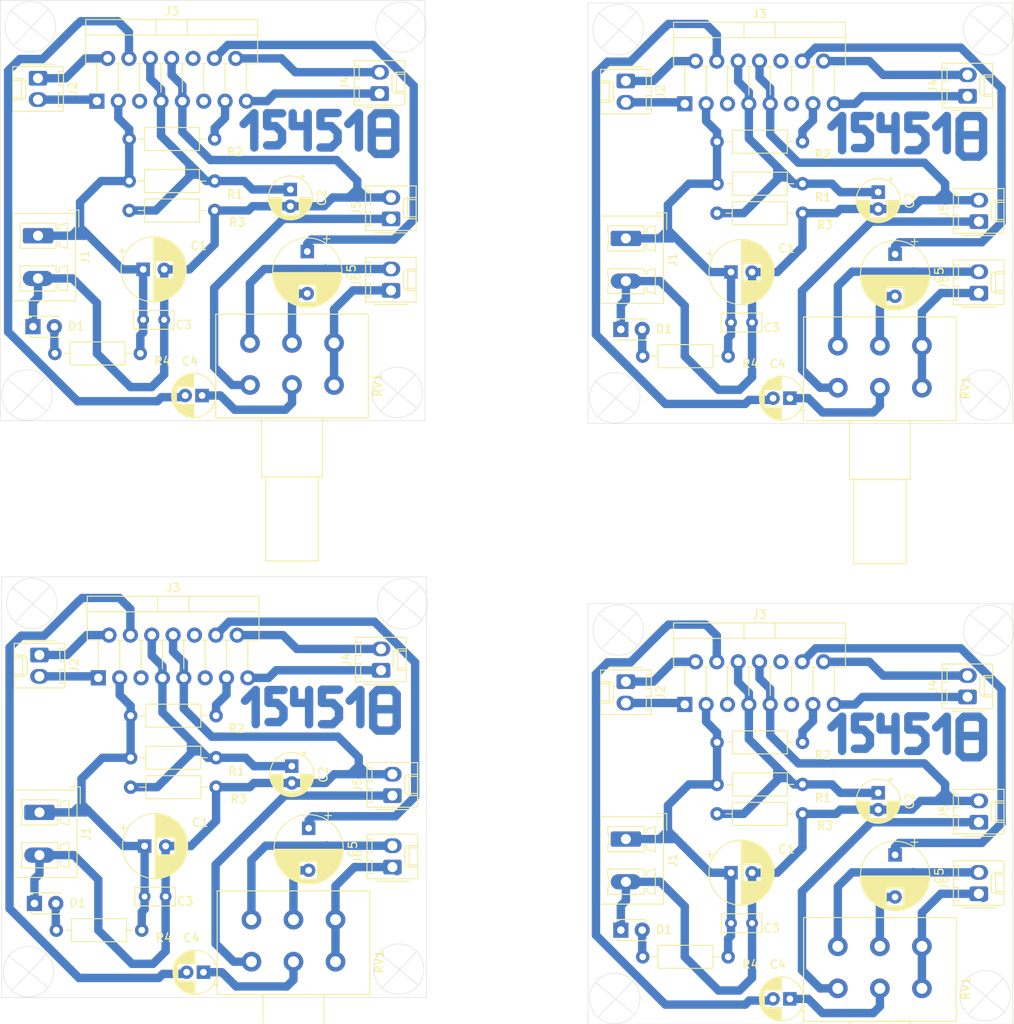
<source format=kicad_pcb>
(kicad_pcb (version 20171130) (host pcbnew "(5.1.9)-1")
  (layers (0 F.Cu signal hide) (31 B.Cu signal) (34 B.Paste user hide) (35 F.Paste user hide) (36 B.SilkS user hide) (37 F.SilkS user) (38 B.Mask user) (39 F.Mask user hide) (44 Edge.Cuts user))
  (net 0 "")
  (net 1 Earth)
  (net 2 "Net-(C2-Pad1)")
  (net 3 "Net-(C4-Pad1)")
  (net 4 "Net-(C4-Pad2)")
  (net 5 "Net-(C5-Pad1)")
  (net 6 "Net-(C5-Pad2)")
  (net 7 "Net-(D1-Pad2)")
  (net 8 "Net-(J2-Pad2)")
  (net 9 "Net-(J2-Pad1)")
  (net 10 VCC)
  (net 11 "Net-(J3-Pad5)")
  (net 12 "Net-(J3-Pad10)")
  (net 13 "Net-(J3-Pad11)")
  (net 14 "Net-(J3-Pad13)")
  (net 15 "Net-(J3-Pad14)")
  (net 16 "Net-(J3-Pad15)")
  (net 17 "Net-(J5-Pad1)")
  (net 18 "Net-(J6-Pad2)")
  (net 19 "Net-(J6-Pad1)")
  (module Resistor_THT:R_Axial_DIN0207_L6.3mm_D2.5mm_P10.16mm_Horizontal (layer F.Cu) (at 91.4 128.74)
    (fp_text reference R4 (at 12.79 0.912) (layer F.SilkS))
    (fp_text value 1k8)
    (pad 2 thru_hole oval (at 10.16 0) (size 1.6 1.6) (drill 0.8) (layers *.Cu *.Mask))
    (pad 1 thru_hole circle (at 0 0) (size 1.6 1.6) (drill 0.8) (layers *.Cu *.Mask))
  )
  (module Resistor_THT:R_Axial_DIN0207_L6.3mm_D2.5mm_P10.16mm_Horizontal (layer F.Cu) (at 110.4 111.74 180)
    (fp_text reference R3 (at -2.68 -1.402) (layer F.SilkS))
    (fp_text value 47K)
    (pad 2 thru_hole oval (at 10.16 0 180) (size 1.6 1.6) (drill 0.8) (layers *.Cu *.Mask))
    (pad 1 thru_hole circle (at 0 0 180) (size 1.6 1.6) (drill 0.8) (layers *.Cu *.Mask))
  )
  (module Potentiometer_THT:Potentiometer_Alps_RK163_Dual_Horizontal (layer F.Cu) (at 114.6 132.49 270)
    (fp_text reference RV1 (at 0 -15.2 90) (layer F.SilkS))
    (fp_text value 10K)
    (pad 4 thru_hole circle (at -5 0 270) (size 2.34 2.34) (drill 1.3) (layers *.Cu *.Mask))
    (pad 5 thru_hole circle (at -5 -5 270) (size 2.34 2.34) (drill 1.3) (layers *.Cu *.Mask))
    (pad 6 thru_hole circle (at -5 -10 270) (size 2.34 2.34) (drill 1.3) (layers *.Cu *.Mask))
    (pad 1 thru_hole circle (at 0 0 270) (size 2.34 2.34) (drill 1.3) (layers *.Cu *.Mask))
    (pad 2 thru_hole circle (at 0 -5 270) (size 2.34 2.34) (drill 1.3) (layers *.Cu *.Mask))
    (pad 3 thru_hole circle (at 0 -10 270) (size 2.34 2.34) (drill 1.3) (layers *.Cu *.Mask))
  )
  (module Capacitor_THT:CP_Radial_D8.0mm_P5.00mm (layer F.Cu) (at 121.41 116.62 270)
    (fp_text reference C5 (at 2.5 -5.25 90) (layer F.SilkS))
    (fp_text value 2,2uF)
    (pad 2 thru_hole circle (at 5 0 270) (size 1.6 1.6) (drill 0.8) (layers *.Cu *.Mask))
    (pad 1 thru_hole rect (at 0 0 270) (size 1.6 1.6) (drill 0.8) (layers *.Cu *.Mask))
  )
  (module Capacitor_THT:CP_Radial_D5.0mm_P2.00mm (layer F.Cu) (at 119.4 109.24 270)
    (fp_text reference C2 (at 1 -3.75 90) (layer F.SilkS))
    (fp_text value 10uF)
    (pad 1 thru_hole rect (at 0 0 270) (size 1.6 1.6) (drill 0.8) (layers *.Cu *.Mask))
    (pad 2 thru_hole circle (at 2 0 270) (size 1.6 1.6) (drill 0.8) (layers *.Cu *.Mask))
  )
  (module Resistor_THT:R_Axial_DIN0207_L6.3mm_D2.5mm_P10.16mm_Horizontal (layer F.Cu) (at 100.24 103.24)
    (fp_text reference R2 (at 12.586 1.52) (layer F.SilkS))
    (fp_text value 1)
    (pad 1 thru_hole circle (at 0 0) (size 1.6 1.6) (drill 0.8) (layers *.Cu *.Mask))
    (pad 2 thru_hole oval (at 10.16 0) (size 1.6 1.6) (drill 0.8) (layers *.Cu *.Mask))
  )
  (module Connector_Phoenix_MC_HighVoltage:PhoenixContact_MCV_1,5_2-G-5.08_1x02_P5.08mm_Vertical (layer F.Cu) (at 89.4 114.74 270)
    (fp_text reference J1 (at 2.54 -5.55 90) (layer F.SilkS))
    (fp_text value V1)
    (pad 2 thru_hole oval (at 5.08 0 270) (size 1.8 3.6) (drill 1.2) (layers *.Cu *.Mask))
    (pad 1 thru_hole roundrect (at 0 0 270) (size 1.8 3.6) (drill 1.2) (layers *.Cu *.Mask) (roundrect_rratio 0.1388888888888889))
  )
  (module LED_THT:LED_D1.8mm_W3.3mm_H2.4mm (layer F.Cu) (at 88.8 125.56)
    (fp_text reference D1 (at 5.13 -0.048) (layer F.SilkS))
    (fp_text value LED)
    (pad 2 thru_hole circle (at 2.54 0) (size 1.8 1.8) (drill 0.9) (layers *.Cu *.Mask))
    (pad 1 thru_hole rect (at 0 0) (size 1.8 1.8) (drill 0.9) (layers *.Cu *.Mask))
  )
  (module Capacitor_THT:CP_Radial_D5.0mm_P2.00mm (layer F.Cu) (at 108.9 133.74 180)
    (fp_text reference C4 (at 1.43 4.08) (layer F.SilkS))
    (fp_text value 2,2uF)
    (pad 2 thru_hole circle (at 2 0 180) (size 1.6 1.6) (drill 0.8) (layers *.Cu *.Mask))
    (pad 1 thru_hole rect (at 0 0 180) (size 1.6 1.6) (drill 0.8) (layers *.Cu *.Mask))
  )
  (module Resistor_THT:R_Axial_DIN0207_L6.3mm_D2.5mm_P10.16mm_Horizontal (layer F.Cu) (at 110.4 108.24 180)
    (fp_text reference R1 (at -2.426 -1.6) (layer F.SilkS))
    (fp_text value 47K)
    (pad 1 thru_hole circle (at 0 0 180) (size 1.6 1.6) (drill 0.8) (layers *.Cu *.Mask))
    (pad 2 thru_hole oval (at 10.16 0 180) (size 1.6 1.6) (drill 0.8) (layers *.Cu *.Mask))
  )
  (module Connector_Molex:Molex_KK-254_AE-6410-02A_1x02_P2.54mm_Vertical (layer F.Cu) (at 131.368 121.24 90)
    (fp_text reference J6 (at 1.27 -4.12 90) (layer F.SilkS))
    (fp_text value "IN 1")
    (pad 1 thru_hole roundrect (at 0 0 90) (size 1.74 2.19) (drill 1.19) (layers *.Cu *.Mask) (roundrect_rratio 0.1436775862068966))
    (pad 2 thru_hole oval (at 2.54 0 90) (size 1.74 2.19) (drill 1.19) (layers *.Cu *.Mask))
  )
  (module Connector_Molex:Molex_KK-254_AE-6410-02A_1x02_P2.54mm_Vertical (layer F.Cu) (at 89.39 96.02 270)
    (fp_text reference J2 (at 1.27 -4.12 90) (layer F.SilkS))
    (fp_text value "OUT 1")
    (pad 1 thru_hole roundrect (at 0 0 270) (size 1.74 2.19) (drill 1.19) (layers *.Cu *.Mask) (roundrect_rratio 0.1436775862068966))
    (pad 2 thru_hole oval (at 2.54 0 270) (size 1.74 2.19) (drill 1.19) (layers *.Cu *.Mask))
  )
  (module Capacitor_THT:C_Rect_L4.6mm_W2.0mm_P2.50mm_MKS02_FKP02 (layer F.Cu) (at 101.9 124.74)
    (fp_text reference C3 (at 4.83 0.594) (layer F.SilkS))
    (fp_text value C)
    (pad 2 thru_hole circle (at 2.5 0) (size 1.4 1.4) (drill 0.7) (layers *.Cu *.Mask))
    (pad 1 thru_hole circle (at 0 0) (size 1.4 1.4) (drill 0.7) (layers *.Cu *.Mask))
  )
  (module Connector_Molex:Molex_KK-254_AE-6410-02A_1x02_P2.54mm_Vertical (layer F.Cu) (at 131.368 112.74 90)
    (fp_text reference J5 (at 1.27 -4.12 90) (layer F.SilkS))
    (fp_text value "IN 2")
    (pad 2 thru_hole oval (at 2.54 0 90) (size 1.74 2.19) (drill 1.19) (layers *.Cu *.Mask))
    (pad 1 thru_hole roundrect (at 0 0 90) (size 1.74 2.19) (drill 1.19) (layers *.Cu *.Mask) (roundrect_rratio 0.1436775862068966))
  )
  (module Capacitor_THT:CP_Radial_D7.5mm_P2.50mm (layer F.Cu) (at 101.9 118.74)
    (fp_text reference C1 (at 6.608 -2.804) (layer F.SilkS))
    (fp_text value 1000uF)
    (pad 2 thru_hole circle (at 2.5 0) (size 1.6 1.6) (drill 0.8) (layers *.Cu *.Mask))
    (pad 1 thru_hole rect (at 0 0) (size 1.6 1.6) (drill 0.8) (layers *.Cu *.Mask))
  )
  (module Connector_Molex:Molex_KK-254_AE-6410-02A_1x02_P2.54mm_Vertical (layer F.Cu) (at 130.02 97.84 90)
    (fp_text reference J4 (at 1.27 -4.12 90) (layer F.SilkS))
    (fp_text value "OUT 2")
    (pad 2 thru_hole oval (at 2.54 0 90) (size 1.74 2.19) (drill 1.19) (layers *.Cu *.Mask))
    (pad 1 thru_hole roundrect (at 0 0 90) (size 1.74 2.19) (drill 1.19) (layers *.Cu *.Mask) (roundrect_rratio 0.1436775862068966))
  )
  (module Package_TO_SOT_THT:TO-220-15_P2.54x2.54mm_StaggerOdd_Lead4.58mm_Vertical (layer F.Cu) (at 96.4 98.74)
    (fp_text reference J3 (at 8.89 -10.7) (layer F.SilkS))
    (fp_text value "TDA 7297")
    (pad 15 thru_hole oval (at 17.78 0) (size 1.8 1.8) (drill 1) (layers *.Cu *.Mask))
    (pad 14 thru_hole oval (at 16.51 -5.08) (size 1.8 1.8) (drill 1) (layers *.Cu *.Mask))
    (pad 13 thru_hole oval (at 15.24 0) (size 1.8 1.8) (drill 1) (layers *.Cu *.Mask))
    (pad 12 thru_hole oval (at 13.97 -5.08) (size 1.8 1.8) (drill 1) (layers *.Cu *.Mask))
    (pad 11 thru_hole oval (at 12.7 0) (size 1.8 1.8) (drill 1) (layers *.Cu *.Mask))
    (pad 10 thru_hole oval (at 11.43 -5.08) (size 1.8 1.8) (drill 1) (layers *.Cu *.Mask))
    (pad 9 thru_hole oval (at 10.16 0) (size 1.8 1.8) (drill 1) (layers *.Cu *.Mask))
    (pad 8 thru_hole oval (at 8.89 -5.08) (size 1.8 1.8) (drill 1) (layers *.Cu *.Mask))
    (pad 7 thru_hole oval (at 7.62 0) (size 1.8 1.8) (drill 1) (layers *.Cu *.Mask))
    (pad 6 thru_hole oval (at 6.35 -5.08) (size 1.8 1.8) (drill 1) (layers *.Cu *.Mask))
    (pad 5 thru_hole oval (at 5.08 0) (size 1.8 1.8) (drill 1) (layers *.Cu *.Mask))
    (pad 4 thru_hole oval (at 3.81 -5.08) (size 1.8 1.8) (drill 1) (layers *.Cu *.Mask))
    (pad 3 thru_hole oval (at 2.54 0) (size 1.8 1.8) (drill 1) (layers *.Cu *.Mask))
    (pad 2 thru_hole oval (at 1.27 -5.08) (size 1.8 1.8) (drill 1) (layers *.Cu *.Mask))
    (pad 1 thru_hole rect (at 0 0) (size 1.8 1.8) (drill 1) (layers *.Cu *.Mask))
  )
  (module Resistor_THT:R_Axial_DIN0207_L6.3mm_D2.5mm_P10.16mm_Horizontal (layer F.Cu) (at 91.4 57.32)
    (fp_text reference R4 (at 12.79 0.912) (layer F.SilkS))
    (fp_text value 1k8)
    (pad 2 thru_hole oval (at 10.16 0) (size 1.6 1.6) (drill 0.8) (layers *.Cu *.Mask))
    (pad 1 thru_hole circle (at 0 0) (size 1.6 1.6) (drill 0.8) (layers *.Cu *.Mask))
  )
  (module Resistor_THT:R_Axial_DIN0207_L6.3mm_D2.5mm_P10.16mm_Horizontal (layer F.Cu) (at 110.4 40.32 180)
    (fp_text reference R3 (at -2.68 -1.402) (layer F.SilkS))
    (fp_text value 47K)
    (pad 2 thru_hole oval (at 10.16 0 180) (size 1.6 1.6) (drill 0.8) (layers *.Cu *.Mask))
    (pad 1 thru_hole circle (at 0 0 180) (size 1.6 1.6) (drill 0.8) (layers *.Cu *.Mask))
  )
  (module Potentiometer_THT:Potentiometer_Alps_RK163_Dual_Horizontal (layer F.Cu) (at 114.6 61.07 270)
    (fp_text reference RV1 (at 0 -15.2 90) (layer F.SilkS))
    (fp_text value 10K)
    (pad 4 thru_hole circle (at -5 0 270) (size 2.34 2.34) (drill 1.3) (layers *.Cu *.Mask))
    (pad 5 thru_hole circle (at -5 -5 270) (size 2.34 2.34) (drill 1.3) (layers *.Cu *.Mask))
    (pad 6 thru_hole circle (at -5 -10 270) (size 2.34 2.34) (drill 1.3) (layers *.Cu *.Mask))
    (pad 1 thru_hole circle (at 0 0 270) (size 2.34 2.34) (drill 1.3) (layers *.Cu *.Mask))
    (pad 2 thru_hole circle (at 0 -5 270) (size 2.34 2.34) (drill 1.3) (layers *.Cu *.Mask))
    (pad 3 thru_hole circle (at 0 -10 270) (size 2.34 2.34) (drill 1.3) (layers *.Cu *.Mask))
  )
  (module Capacitor_THT:CP_Radial_D8.0mm_P5.00mm (layer F.Cu) (at 121.41 45.2 270)
    (fp_text reference C5 (at 2.5 -5.25 90) (layer F.SilkS))
    (fp_text value 2,2uF)
    (pad 2 thru_hole circle (at 5 0 270) (size 1.6 1.6) (drill 0.8) (layers *.Cu *.Mask))
    (pad 1 thru_hole rect (at 0 0 270) (size 1.6 1.6) (drill 0.8) (layers *.Cu *.Mask))
  )
  (module Capacitor_THT:CP_Radial_D5.0mm_P2.00mm (layer F.Cu) (at 119.4 37.82 270)
    (fp_text reference C2 (at 1 -3.75 90) (layer F.SilkS))
    (fp_text value 10uF)
    (pad 1 thru_hole rect (at 0 0 270) (size 1.6 1.6) (drill 0.8) (layers *.Cu *.Mask))
    (pad 2 thru_hole circle (at 2 0 270) (size 1.6 1.6) (drill 0.8) (layers *.Cu *.Mask))
  )
  (module Resistor_THT:R_Axial_DIN0207_L6.3mm_D2.5mm_P10.16mm_Horizontal (layer F.Cu) (at 100.24 31.82)
    (fp_text reference R2 (at 12.586 1.52) (layer F.SilkS))
    (fp_text value 1)
    (pad 1 thru_hole circle (at 0 0) (size 1.6 1.6) (drill 0.8) (layers *.Cu *.Mask))
    (pad 2 thru_hole oval (at 10.16 0) (size 1.6 1.6) (drill 0.8) (layers *.Cu *.Mask))
  )
  (module Connector_Phoenix_MC_HighVoltage:PhoenixContact_MCV_1,5_2-G-5.08_1x02_P5.08mm_Vertical (layer F.Cu) (at 89.4 43.32 270)
    (fp_text reference J1 (at 2.54 -5.55 90) (layer F.SilkS))
    (fp_text value V1)
    (pad 2 thru_hole oval (at 5.08 0 270) (size 1.8 3.6) (drill 1.2) (layers *.Cu *.Mask))
    (pad 1 thru_hole roundrect (at 0 0 270) (size 1.8 3.6) (drill 1.2) (layers *.Cu *.Mask) (roundrect_rratio 0.1388888888888889))
  )
  (module LED_THT:LED_D1.8mm_W3.3mm_H2.4mm (layer F.Cu) (at 88.8 54.14)
    (fp_text reference D1 (at 5.13 -0.048) (layer F.SilkS))
    (fp_text value LED)
    (pad 2 thru_hole circle (at 2.54 0) (size 1.8 1.8) (drill 0.9) (layers *.Cu *.Mask))
    (pad 1 thru_hole rect (at 0 0) (size 1.8 1.8) (drill 0.9) (layers *.Cu *.Mask))
  )
  (module Capacitor_THT:CP_Radial_D5.0mm_P2.00mm (layer F.Cu) (at 108.9 62.32 180)
    (fp_text reference C4 (at 1.43 4.08) (layer F.SilkS))
    (fp_text value 2,2uF)
    (pad 2 thru_hole circle (at 2 0 180) (size 1.6 1.6) (drill 0.8) (layers *.Cu *.Mask))
    (pad 1 thru_hole rect (at 0 0 180) (size 1.6 1.6) (drill 0.8) (layers *.Cu *.Mask))
  )
  (module Resistor_THT:R_Axial_DIN0207_L6.3mm_D2.5mm_P10.16mm_Horizontal (layer F.Cu) (at 110.4 36.82 180)
    (fp_text reference R1 (at -2.426 -1.6) (layer F.SilkS))
    (fp_text value 47K)
    (pad 1 thru_hole circle (at 0 0 180) (size 1.6 1.6) (drill 0.8) (layers *.Cu *.Mask))
    (pad 2 thru_hole oval (at 10.16 0 180) (size 1.6 1.6) (drill 0.8) (layers *.Cu *.Mask))
  )
  (module Connector_Molex:Molex_KK-254_AE-6410-02A_1x02_P2.54mm_Vertical (layer F.Cu) (at 131.368 49.82 90)
    (fp_text reference J6 (at 1.27 -4.12 90) (layer F.SilkS))
    (fp_text value "IN 1")
    (pad 1 thru_hole roundrect (at 0 0 90) (size 1.74 2.19) (drill 1.19) (layers *.Cu *.Mask) (roundrect_rratio 0.1436775862068966))
    (pad 2 thru_hole oval (at 2.54 0 90) (size 1.74 2.19) (drill 1.19) (layers *.Cu *.Mask))
  )
  (module Connector_Molex:Molex_KK-254_AE-6410-02A_1x02_P2.54mm_Vertical (layer F.Cu) (at 89.39 24.6 270)
    (fp_text reference J2 (at 1.27 -4.12 90) (layer F.SilkS))
    (fp_text value "OUT 1")
    (pad 1 thru_hole roundrect (at 0 0 270) (size 1.74 2.19) (drill 1.19) (layers *.Cu *.Mask) (roundrect_rratio 0.1436775862068966))
    (pad 2 thru_hole oval (at 2.54 0 270) (size 1.74 2.19) (drill 1.19) (layers *.Cu *.Mask))
  )
  (module Capacitor_THT:C_Rect_L4.6mm_W2.0mm_P2.50mm_MKS02_FKP02 (layer F.Cu) (at 101.9 53.32)
    (fp_text reference C3 (at 4.83 0.594) (layer F.SilkS))
    (fp_text value C)
    (pad 2 thru_hole circle (at 2.5 0) (size 1.4 1.4) (drill 0.7) (layers *.Cu *.Mask))
    (pad 1 thru_hole circle (at 0 0) (size 1.4 1.4) (drill 0.7) (layers *.Cu *.Mask))
  )
  (module Connector_Molex:Molex_KK-254_AE-6410-02A_1x02_P2.54mm_Vertical (layer F.Cu) (at 131.368 41.32 90)
    (fp_text reference J5 (at 1.27 -4.12 90) (layer F.SilkS))
    (fp_text value "IN 2")
    (pad 2 thru_hole oval (at 2.54 0 90) (size 1.74 2.19) (drill 1.19) (layers *.Cu *.Mask))
    (pad 1 thru_hole roundrect (at 0 0 90) (size 1.74 2.19) (drill 1.19) (layers *.Cu *.Mask) (roundrect_rratio 0.1436775862068966))
  )
  (module Capacitor_THT:CP_Radial_D7.5mm_P2.50mm (layer F.Cu) (at 101.9 47.32)
    (fp_text reference C1 (at 6.608 -2.804) (layer F.SilkS))
    (fp_text value 1000uF)
    (pad 2 thru_hole circle (at 2.5 0) (size 1.6 1.6) (drill 0.8) (layers *.Cu *.Mask))
    (pad 1 thru_hole rect (at 0 0) (size 1.6 1.6) (drill 0.8) (layers *.Cu *.Mask))
  )
  (module Connector_Molex:Molex_KK-254_AE-6410-02A_1x02_P2.54mm_Vertical (layer F.Cu) (at 130.02 26.42 90)
    (fp_text reference J4 (at 1.27 -4.12 90) (layer F.SilkS))
    (fp_text value "OUT 2")
    (pad 2 thru_hole oval (at 2.54 0 90) (size 1.74 2.19) (drill 1.19) (layers *.Cu *.Mask))
    (pad 1 thru_hole roundrect (at 0 0 90) (size 1.74 2.19) (drill 1.19) (layers *.Cu *.Mask) (roundrect_rratio 0.1436775862068966))
  )
  (module Package_TO_SOT_THT:TO-220-15_P2.54x2.54mm_StaggerOdd_Lead4.58mm_Vertical (layer F.Cu) (at 96.4 27.32)
    (fp_text reference J3 (at 8.89 -10.7) (layer F.SilkS))
    (fp_text value "TDA 7297")
    (pad 15 thru_hole oval (at 17.78 0) (size 1.8 1.8) (drill 1) (layers *.Cu *.Mask))
    (pad 14 thru_hole oval (at 16.51 -5.08) (size 1.8 1.8) (drill 1) (layers *.Cu *.Mask))
    (pad 13 thru_hole oval (at 15.24 0) (size 1.8 1.8) (drill 1) (layers *.Cu *.Mask))
    (pad 12 thru_hole oval (at 13.97 -5.08) (size 1.8 1.8) (drill 1) (layers *.Cu *.Mask))
    (pad 11 thru_hole oval (at 12.7 0) (size 1.8 1.8) (drill 1) (layers *.Cu *.Mask))
    (pad 10 thru_hole oval (at 11.43 -5.08) (size 1.8 1.8) (drill 1) (layers *.Cu *.Mask))
    (pad 9 thru_hole oval (at 10.16 0) (size 1.8 1.8) (drill 1) (layers *.Cu *.Mask))
    (pad 8 thru_hole oval (at 8.89 -5.08) (size 1.8 1.8) (drill 1) (layers *.Cu *.Mask))
    (pad 7 thru_hole oval (at 7.62 0) (size 1.8 1.8) (drill 1) (layers *.Cu *.Mask))
    (pad 6 thru_hole oval (at 6.35 -5.08) (size 1.8 1.8) (drill 1) (layers *.Cu *.Mask))
    (pad 5 thru_hole oval (at 5.08 0) (size 1.8 1.8) (drill 1) (layers *.Cu *.Mask))
    (pad 4 thru_hole oval (at 3.81 -5.08) (size 1.8 1.8) (drill 1) (layers *.Cu *.Mask))
    (pad 3 thru_hole oval (at 2.54 0) (size 1.8 1.8) (drill 1) (layers *.Cu *.Mask))
    (pad 2 thru_hole oval (at 1.27 -5.08) (size 1.8 1.8) (drill 1) (layers *.Cu *.Mask))
    (pad 1 thru_hole rect (at 0 0) (size 1.8 1.8) (drill 1) (layers *.Cu *.Mask))
  )
  (module Resistor_THT:R_Axial_DIN0207_L6.3mm_D2.5mm_P10.16mm_Horizontal (layer F.Cu) (at 21.67 125.57)
    (fp_text reference R4 (at 12.79 0.912) (layer F.SilkS))
    (fp_text value 1k8)
    (pad 2 thru_hole oval (at 10.16 0) (size 1.6 1.6) (drill 0.8) (layers *.Cu *.Mask))
    (pad 1 thru_hole circle (at 0 0) (size 1.6 1.6) (drill 0.8) (layers *.Cu *.Mask))
  )
  (module Resistor_THT:R_Axial_DIN0207_L6.3mm_D2.5mm_P10.16mm_Horizontal (layer F.Cu) (at 40.67 108.57 180)
    (fp_text reference R3 (at -2.68 -1.402) (layer F.SilkS))
    (fp_text value 47K)
    (pad 2 thru_hole oval (at 10.16 0 180) (size 1.6 1.6) (drill 0.8) (layers *.Cu *.Mask))
    (pad 1 thru_hole circle (at 0 0 180) (size 1.6 1.6) (drill 0.8) (layers *.Cu *.Mask))
  )
  (module Potentiometer_THT:Potentiometer_Alps_RK163_Dual_Horizontal (layer F.Cu) (at 44.87 129.32 270)
    (fp_text reference RV1 (at 0 -15.2 90) (layer F.SilkS))
    (fp_text value 10K)
    (pad 4 thru_hole circle (at -5 0 270) (size 2.34 2.34) (drill 1.3) (layers *.Cu *.Mask))
    (pad 5 thru_hole circle (at -5 -5 270) (size 2.34 2.34) (drill 1.3) (layers *.Cu *.Mask))
    (pad 6 thru_hole circle (at -5 -10 270) (size 2.34 2.34) (drill 1.3) (layers *.Cu *.Mask))
    (pad 1 thru_hole circle (at 0 0 270) (size 2.34 2.34) (drill 1.3) (layers *.Cu *.Mask))
    (pad 2 thru_hole circle (at 0 -5 270) (size 2.34 2.34) (drill 1.3) (layers *.Cu *.Mask))
    (pad 3 thru_hole circle (at 0 -10 270) (size 2.34 2.34) (drill 1.3) (layers *.Cu *.Mask))
  )
  (module Capacitor_THT:CP_Radial_D8.0mm_P5.00mm (layer F.Cu) (at 51.68 113.45 270)
    (fp_text reference C5 (at 2.5 -5.25 90) (layer F.SilkS))
    (fp_text value 2,2uF)
    (pad 2 thru_hole circle (at 5 0 270) (size 1.6 1.6) (drill 0.8) (layers *.Cu *.Mask))
    (pad 1 thru_hole rect (at 0 0 270) (size 1.6 1.6) (drill 0.8) (layers *.Cu *.Mask))
  )
  (module Capacitor_THT:CP_Radial_D5.0mm_P2.00mm (layer F.Cu) (at 49.67 106.07 270)
    (fp_text reference C2 (at 1 -3.75 90) (layer F.SilkS))
    (fp_text value 10uF)
    (pad 1 thru_hole rect (at 0 0 270) (size 1.6 1.6) (drill 0.8) (layers *.Cu *.Mask))
    (pad 2 thru_hole circle (at 2 0 270) (size 1.6 1.6) (drill 0.8) (layers *.Cu *.Mask))
  )
  (module Resistor_THT:R_Axial_DIN0207_L6.3mm_D2.5mm_P10.16mm_Horizontal (layer F.Cu) (at 30.51 100.07)
    (fp_text reference R2 (at 12.586 1.52) (layer F.SilkS))
    (fp_text value 1)
    (pad 1 thru_hole circle (at 0 0) (size 1.6 1.6) (drill 0.8) (layers *.Cu *.Mask))
    (pad 2 thru_hole oval (at 10.16 0) (size 1.6 1.6) (drill 0.8) (layers *.Cu *.Mask))
  )
  (module Connector_Phoenix_MC_HighVoltage:PhoenixContact_MCV_1,5_2-G-5.08_1x02_P5.08mm_Vertical (layer F.Cu) (at 19.67 111.57 270)
    (fp_text reference J1 (at 2.54 -5.55 90) (layer F.SilkS))
    (fp_text value V1)
    (pad 2 thru_hole oval (at 5.08 0 270) (size 1.8 3.6) (drill 1.2) (layers *.Cu *.Mask))
    (pad 1 thru_hole roundrect (at 0 0 270) (size 1.8 3.6) (drill 1.2) (layers *.Cu *.Mask) (roundrect_rratio 0.1388888888888889))
  )
  (module LED_THT:LED_D1.8mm_W3.3mm_H2.4mm (layer F.Cu) (at 19.07 122.39)
    (fp_text reference D1 (at 5.13 -0.048) (layer F.SilkS))
    (fp_text value LED)
    (pad 2 thru_hole circle (at 2.54 0) (size 1.8 1.8) (drill 0.9) (layers *.Cu *.Mask))
    (pad 1 thru_hole rect (at 0 0) (size 1.8 1.8) (drill 0.9) (layers *.Cu *.Mask))
  )
  (module Capacitor_THT:CP_Radial_D5.0mm_P2.00mm (layer F.Cu) (at 39.17 130.57 180)
    (fp_text reference C4 (at 1.43 4.08) (layer F.SilkS))
    (fp_text value 2,2uF)
    (pad 2 thru_hole circle (at 2 0 180) (size 1.6 1.6) (drill 0.8) (layers *.Cu *.Mask))
    (pad 1 thru_hole rect (at 0 0 180) (size 1.6 1.6) (drill 0.8) (layers *.Cu *.Mask))
  )
  (module Resistor_THT:R_Axial_DIN0207_L6.3mm_D2.5mm_P10.16mm_Horizontal (layer F.Cu) (at 40.67 105.07 180)
    (fp_text reference R1 (at -2.426 -1.6) (layer F.SilkS))
    (fp_text value 47K)
    (pad 1 thru_hole circle (at 0 0 180) (size 1.6 1.6) (drill 0.8) (layers *.Cu *.Mask))
    (pad 2 thru_hole oval (at 10.16 0 180) (size 1.6 1.6) (drill 0.8) (layers *.Cu *.Mask))
  )
  (module Connector_Molex:Molex_KK-254_AE-6410-02A_1x02_P2.54mm_Vertical (layer F.Cu) (at 61.638 118.07 90)
    (fp_text reference J6 (at 1.27 -4.12 90) (layer F.SilkS))
    (fp_text value "IN 1")
    (pad 1 thru_hole roundrect (at 0 0 90) (size 1.74 2.19) (drill 1.19) (layers *.Cu *.Mask) (roundrect_rratio 0.1436775862068966))
    (pad 2 thru_hole oval (at 2.54 0 90) (size 1.74 2.19) (drill 1.19) (layers *.Cu *.Mask))
  )
  (module Connector_Molex:Molex_KK-254_AE-6410-02A_1x02_P2.54mm_Vertical (layer F.Cu) (at 19.66 92.85 270)
    (fp_text reference J2 (at 1.27 -4.12 90) (layer F.SilkS))
    (fp_text value "OUT 1")
    (pad 1 thru_hole roundrect (at 0 0 270) (size 1.74 2.19) (drill 1.19) (layers *.Cu *.Mask) (roundrect_rratio 0.1436775862068966))
    (pad 2 thru_hole oval (at 2.54 0 270) (size 1.74 2.19) (drill 1.19) (layers *.Cu *.Mask))
  )
  (module Capacitor_THT:C_Rect_L4.6mm_W2.0mm_P2.50mm_MKS02_FKP02 (layer F.Cu) (at 32.17 121.57)
    (fp_text reference C3 (at 4.83 0.594) (layer F.SilkS))
    (fp_text value C)
    (pad 2 thru_hole circle (at 2.5 0) (size 1.4 1.4) (drill 0.7) (layers *.Cu *.Mask))
    (pad 1 thru_hole circle (at 0 0) (size 1.4 1.4) (drill 0.7) (layers *.Cu *.Mask))
  )
  (module Connector_Molex:Molex_KK-254_AE-6410-02A_1x02_P2.54mm_Vertical (layer F.Cu) (at 61.638 109.57 90)
    (fp_text reference J5 (at 1.27 -4.12 90) (layer F.SilkS))
    (fp_text value "IN 2")
    (pad 2 thru_hole oval (at 2.54 0 90) (size 1.74 2.19) (drill 1.19) (layers *.Cu *.Mask))
    (pad 1 thru_hole roundrect (at 0 0 90) (size 1.74 2.19) (drill 1.19) (layers *.Cu *.Mask) (roundrect_rratio 0.1436775862068966))
  )
  (module Capacitor_THT:CP_Radial_D7.5mm_P2.50mm (layer F.Cu) (at 32.17 115.57)
    (fp_text reference C1 (at 6.608 -2.804) (layer F.SilkS))
    (fp_text value 1000uF)
    (pad 2 thru_hole circle (at 2.5 0) (size 1.6 1.6) (drill 0.8) (layers *.Cu *.Mask))
    (pad 1 thru_hole rect (at 0 0) (size 1.6 1.6) (drill 0.8) (layers *.Cu *.Mask))
  )
  (module Connector_Molex:Molex_KK-254_AE-6410-02A_1x02_P2.54mm_Vertical (layer F.Cu) (at 60.29 94.67 90)
    (fp_text reference J4 (at 1.27 -4.12 90) (layer F.SilkS))
    (fp_text value "OUT 2")
    (pad 2 thru_hole oval (at 2.54 0 90) (size 1.74 2.19) (drill 1.19) (layers *.Cu *.Mask))
    (pad 1 thru_hole roundrect (at 0 0 90) (size 1.74 2.19) (drill 1.19) (layers *.Cu *.Mask) (roundrect_rratio 0.1436775862068966))
  )
  (module Package_TO_SOT_THT:TO-220-15_P2.54x2.54mm_StaggerOdd_Lead4.58mm_Vertical (layer F.Cu) (at 26.67 95.57)
    (fp_text reference J3 (at 8.89 -10.7) (layer F.SilkS))
    (fp_text value "TDA 7297")
    (pad 15 thru_hole oval (at 17.78 0) (size 1.8 1.8) (drill 1) (layers *.Cu *.Mask))
    (pad 14 thru_hole oval (at 16.51 -5.08) (size 1.8 1.8) (drill 1) (layers *.Cu *.Mask))
    (pad 13 thru_hole oval (at 15.24 0) (size 1.8 1.8) (drill 1) (layers *.Cu *.Mask))
    (pad 12 thru_hole oval (at 13.97 -5.08) (size 1.8 1.8) (drill 1) (layers *.Cu *.Mask))
    (pad 11 thru_hole oval (at 12.7 0) (size 1.8 1.8) (drill 1) (layers *.Cu *.Mask))
    (pad 10 thru_hole oval (at 11.43 -5.08) (size 1.8 1.8) (drill 1) (layers *.Cu *.Mask))
    (pad 9 thru_hole oval (at 10.16 0) (size 1.8 1.8) (drill 1) (layers *.Cu *.Mask))
    (pad 8 thru_hole oval (at 8.89 -5.08) (size 1.8 1.8) (drill 1) (layers *.Cu *.Mask))
    (pad 7 thru_hole oval (at 7.62 0) (size 1.8 1.8) (drill 1) (layers *.Cu *.Mask))
    (pad 6 thru_hole oval (at 6.35 -5.08) (size 1.8 1.8) (drill 1) (layers *.Cu *.Mask))
    (pad 5 thru_hole oval (at 5.08 0) (size 1.8 1.8) (drill 1) (layers *.Cu *.Mask))
    (pad 4 thru_hole oval (at 3.81 -5.08) (size 1.8 1.8) (drill 1) (layers *.Cu *.Mask))
    (pad 3 thru_hole oval (at 2.54 0) (size 1.8 1.8) (drill 1) (layers *.Cu *.Mask))
    (pad 2 thru_hole oval (at 1.27 -5.08) (size 1.8 1.8) (drill 1) (layers *.Cu *.Mask))
    (pad 1 thru_hole rect (at 0 0) (size 1.8 1.8) (drill 1) (layers *.Cu *.Mask))
  )
  (module Capacitor_THT:CP_Radial_D5.0mm_P2.00mm (layer F.Cu) (at 39 62 180)
    (fp_text reference C4 (at 1.43 4.08) (layer F.SilkS))
    (fp_text value 2,2uF)
    (pad 1 thru_hole rect (at 0 0 180) (size 1.6 1.6) (drill 0.8) (layers *.Cu *.Mask) (net 3 "Net-(C4-Pad1)"))
    (pad 2 thru_hole circle (at 2 0 180) (size 1.6 1.6) (drill 0.8) (layers *.Cu *.Mask) (net 4 "Net-(C4-Pad2)"))
  )
  (module Capacitor_THT:CP_Radial_D7.5mm_P2.50mm (layer F.Cu) (at 32 47)
    (fp_text reference C1 (at 6.608 -2.804) (layer F.SilkS))
    (fp_text value 1000uF)
    (pad 1 thru_hole rect (at 0 0) (size 1.6 1.6) (drill 0.8) (layers *.Cu *.Mask) (net 10 VCC))
    (pad 2 thru_hole circle (at 2.5 0) (size 1.6 1.6) (drill 0.8) (layers *.Cu *.Mask) (net 1 Earth))
  )
  (module Capacitor_THT:CP_Radial_D5.0mm_P2.00mm (layer F.Cu) (at 49.5 37.5 270)
    (fp_text reference C2 (at 1 -3.75 90) (layer F.SilkS))
    (fp_text value 10uF)
    (pad 2 thru_hole circle (at 2 0 270) (size 1.6 1.6) (drill 0.8) (layers *.Cu *.Mask) (net 1 Earth))
    (pad 1 thru_hole rect (at 0 0 270) (size 1.6 1.6) (drill 0.8) (layers *.Cu *.Mask) (net 2 "Net-(C2-Pad1)"))
  )
  (module Capacitor_THT:C_Rect_L4.6mm_W2.0mm_P2.50mm_MKS02_FKP02 (layer F.Cu) (at 32 53)
    (fp_text reference C3 (at 4.83 0.594) (layer F.SilkS))
    (fp_text value C)
    (pad 1 thru_hole circle (at 0 0) (size 1.4 1.4) (drill 0.7) (layers *.Cu *.Mask) (net 10 VCC))
    (pad 2 thru_hole circle (at 2.5 0) (size 1.4 1.4) (drill 0.7) (layers *.Cu *.Mask) (net 1 Earth))
  )
  (module LED_THT:LED_D1.8mm_W3.3mm_H2.4mm (layer F.Cu) (at 18.9 53.82)
    (fp_text reference D1 (at 5.13 -0.048) (layer F.SilkS))
    (fp_text value LED)
    (pad 1 thru_hole rect (at 0 0) (size 1.8 1.8) (drill 0.9) (layers *.Cu *.Mask) (net 1 Earth))
    (pad 2 thru_hole circle (at 2.54 0) (size 1.8 1.8) (drill 0.9) (layers *.Cu *.Mask) (net 7 "Net-(D1-Pad2)"))
  )
  (module Connector_Phoenix_MC_HighVoltage:PhoenixContact_MCV_1,5_2-G-5.08_1x02_P5.08mm_Vertical (layer F.Cu) (at 19.5 43 270)
    (fp_text reference J1 (at 2.54 -5.55 90) (layer F.SilkS))
    (fp_text value V1)
    (pad 1 thru_hole roundrect (at 0 0 270) (size 1.8 3.6) (drill 1.2) (layers *.Cu *.Mask) (roundrect_rratio 0.1388888888888889) (net 10 VCC))
    (pad 2 thru_hole oval (at 5.08 0 270) (size 1.8 3.6) (drill 1.2) (layers *.Cu *.Mask) (net 1 Earth))
  )
  (module Connector_Molex:Molex_KK-254_AE-6410-02A_1x02_P2.54mm_Vertical (layer F.Cu) (at 19.49 24.28 270)
    (fp_text reference J2 (at 1.27 -4.12 90) (layer F.SilkS))
    (fp_text value "OUT 1")
    (pad 2 thru_hole oval (at 2.54 0 270) (size 1.74 2.19) (drill 1.19) (layers *.Cu *.Mask) (net 8 "Net-(J2-Pad2)"))
    (pad 1 thru_hole roundrect (at 0 0 270) (size 1.74 2.19) (drill 1.19) (layers *.Cu *.Mask) (roundrect_rratio 0.1436775862068966) (net 9 "Net-(J2-Pad1)"))
  )
  (module Package_TO_SOT_THT:TO-220-15_P2.54x2.54mm_StaggerOdd_Lead4.58mm_Vertical (layer F.Cu) (at 26.5 27)
    (fp_text reference J3 (at 8.89 -10.7) (layer F.SilkS))
    (fp_text value "TDA 7297")
    (pad 1 thru_hole rect (at 0 0) (size 1.8 1.8) (drill 1) (layers *.Cu *.Mask) (net 8 "Net-(J2-Pad2)"))
    (pad 2 thru_hole oval (at 1.27 -5.08) (size 1.8 1.8) (drill 1) (layers *.Cu *.Mask) (net 9 "Net-(J2-Pad1)"))
    (pad 3 thru_hole oval (at 2.54 0) (size 1.8 1.8) (drill 1) (layers *.Cu *.Mask) (net 10 VCC))
    (pad 4 thru_hole oval (at 3.81 -5.08) (size 1.8 1.8) (drill 1) (layers *.Cu *.Mask) (net 4 "Net-(C4-Pad2)"))
    (pad 5 thru_hole oval (at 5.08 0) (size 1.8 1.8) (drill 1) (layers *.Cu *.Mask) (net 11 "Net-(J3-Pad5)"))
    (pad 6 thru_hole oval (at 6.35 -5.08) (size 1.8 1.8) (drill 1) (layers *.Cu *.Mask) (net 2 "Net-(C2-Pad1)"))
    (pad 7 thru_hole oval (at 7.62 0) (size 1.8 1.8) (drill 1) (layers *.Cu *.Mask) (net 2 "Net-(C2-Pad1)"))
    (pad 8 thru_hole oval (at 8.89 -5.08) (size 1.8 1.8) (drill 1) (layers *.Cu *.Mask) (net 1 Earth))
    (pad 9 thru_hole oval (at 10.16 0) (size 1.8 1.8) (drill 1) (layers *.Cu *.Mask) (net 1 Earth))
    (pad 10 thru_hole oval (at 11.43 -5.08) (size 1.8 1.8) (drill 1) (layers *.Cu *.Mask) (net 12 "Net-(J3-Pad10)"))
    (pad 11 thru_hole oval (at 12.7 0) (size 1.8 1.8) (drill 1) (layers *.Cu *.Mask) (net 13 "Net-(J3-Pad11)"))
    (pad 12 thru_hole oval (at 13.97 -5.08) (size 1.8 1.8) (drill 1) (layers *.Cu *.Mask) (net 5 "Net-(C5-Pad1)"))
    (pad 13 thru_hole oval (at 15.24 0) (size 1.8 1.8) (drill 1) (layers *.Cu *.Mask) (net 14 "Net-(J3-Pad13)"))
    (pad 14 thru_hole oval (at 16.51 -5.08) (size 1.8 1.8) (drill 1) (layers *.Cu *.Mask) (net 15 "Net-(J3-Pad14)"))
    (pad 15 thru_hole oval (at 17.78 0) (size 1.8 1.8) (drill 1) (layers *.Cu *.Mask) (net 16 "Net-(J3-Pad15)"))
  )
  (module Connector_Molex:Molex_KK-254_AE-6410-02A_1x02_P2.54mm_Vertical (layer F.Cu) (at 60.12 26.1 90)
    (fp_text reference J4 (at 1.27 -4.12 90) (layer F.SilkS))
    (fp_text value "OUT 2")
    (pad 1 thru_hole roundrect (at 0 0 90) (size 1.74 2.19) (drill 1.19) (layers *.Cu *.Mask) (roundrect_rratio 0.1436775862068966) (net 16 "Net-(J3-Pad15)"))
    (pad 2 thru_hole oval (at 2.54 0 90) (size 1.74 2.19) (drill 1.19) (layers *.Cu *.Mask) (net 15 "Net-(J3-Pad14)"))
  )
  (module Connector_Molex:Molex_KK-254_AE-6410-02A_1x02_P2.54mm_Vertical (layer F.Cu) (at 61.468 41 90)
    (fp_text reference J5 (at 1.27 -4.12 90) (layer F.SilkS))
    (fp_text value "IN 2")
    (pad 1 thru_hole roundrect (at 0 0 90) (size 1.74 2.19) (drill 1.19) (layers *.Cu *.Mask) (roundrect_rratio 0.1436775862068966) (net 17 "Net-(J5-Pad1)"))
    (pad 2 thru_hole oval (at 2.54 0 90) (size 1.74 2.19) (drill 1.19) (layers *.Cu *.Mask) (net 1 Earth))
  )
  (module Connector_Molex:Molex_KK-254_AE-6410-02A_1x02_P2.54mm_Vertical (layer F.Cu) (at 61.468 49.5 90)
    (fp_text reference J6 (at 1.27 -4.12 90) (layer F.SilkS))
    (fp_text value "IN 1")
    (pad 2 thru_hole oval (at 2.54 0 90) (size 1.74 2.19) (drill 1.19) (layers *.Cu *.Mask) (net 18 "Net-(J6-Pad2)"))
    (pad 1 thru_hole roundrect (at 0 0 90) (size 1.74 2.19) (drill 1.19) (layers *.Cu *.Mask) (roundrect_rratio 0.1436775862068966) (net 19 "Net-(J6-Pad1)"))
  )
  (module Resistor_THT:R_Axial_DIN0207_L6.3mm_D2.5mm_P10.16mm_Horizontal (layer F.Cu) (at 40.5 36.5 180)
    (fp_text reference R1 (at -2.426 -1.6) (layer F.SilkS))
    (fp_text value 47K)
    (pad 2 thru_hole oval (at 10.16 0 180) (size 1.6 1.6) (drill 0.8) (layers *.Cu *.Mask) (net 10 VCC))
    (pad 1 thru_hole circle (at 0 0 180) (size 1.6 1.6) (drill 0.8) (layers *.Cu *.Mask) (net 2 "Net-(C2-Pad1)"))
  )
  (module Resistor_THT:R_Axial_DIN0207_L6.3mm_D2.5mm_P10.16mm_Horizontal (layer F.Cu) (at 30.34 31.5)
    (fp_text reference R2 (at 12.586 1.52) (layer F.SilkS))
    (fp_text value 1)
    (pad 2 thru_hole oval (at 10.16 0) (size 1.6 1.6) (drill 0.8) (layers *.Cu *.Mask) (net 14 "Net-(J3-Pad13)"))
    (pad 1 thru_hole circle (at 0 0) (size 1.6 1.6) (drill 0.8) (layers *.Cu *.Mask) (net 10 VCC))
  )
  (module Resistor_THT:R_Axial_DIN0207_L6.3mm_D2.5mm_P10.16mm_Horizontal (layer F.Cu) (at 40.5 40 180)
    (fp_text reference R3 (at -2.68 -1.402) (layer F.SilkS))
    (fp_text value 47K)
    (pad 1 thru_hole circle (at 0 0 180) (size 1.6 1.6) (drill 0.8) (layers *.Cu *.Mask) (net 1 Earth))
    (pad 2 thru_hole oval (at 10.16 0 180) (size 1.6 1.6) (drill 0.8) (layers *.Cu *.Mask) (net 2 "Net-(C2-Pad1)"))
  )
  (module Resistor_THT:R_Axial_DIN0207_L6.3mm_D2.5mm_P10.16mm_Horizontal (layer F.Cu) (at 21.5 57)
    (fp_text reference R4 (at 12.79 0.912) (layer F.SilkS))
    (fp_text value 1k8)
    (pad 1 thru_hole circle (at 0 0) (size 1.6 1.6) (drill 0.8) (layers *.Cu *.Mask) (net 7 "Net-(D1-Pad2)"))
    (pad 2 thru_hole oval (at 10.16 0) (size 1.6 1.6) (drill 0.8) (layers *.Cu *.Mask) (net 10 VCC))
  )
  (module Potentiometer_THT:Potentiometer_Alps_RK163_Dual_Horizontal (layer F.Cu) (at 44.7 60.75 270)
    (fp_text reference RV1 (at 0 -15.2 90) (layer F.SilkS))
    (fp_text value 10K)
    (pad 3 thru_hole circle (at 0 -10 270) (size 2.34 2.34) (drill 1.3) (layers *.Cu *.Mask) (net 19 "Net-(J6-Pad1)"))
    (pad 2 thru_hole circle (at 0 -5 270) (size 2.34 2.34) (drill 1.3) (layers *.Cu *.Mask) (net 3 "Net-(C4-Pad1)"))
    (pad 1 thru_hole circle (at 0 0 270) (size 2.34 2.34) (drill 1.3) (layers *.Cu *.Mask) (net 17 "Net-(J5-Pad1)"))
    (pad 6 thru_hole circle (at -5 -10 270) (size 2.34 2.34) (drill 1.3) (layers *.Cu *.Mask) (net 19 "Net-(J6-Pad1)"))
    (pad 5 thru_hole circle (at -5 -5 270) (size 2.34 2.34) (drill 1.3) (layers *.Cu *.Mask) (net 6 "Net-(C5-Pad2)"))
    (pad 4 thru_hole circle (at -5 0 270) (size 2.34 2.34) (drill 1.3) (layers *.Cu *.Mask) (net 18 "Net-(J6-Pad2)"))
  )
  (module Capacitor_THT:CP_Radial_D8.0mm_P5.00mm (layer F.Cu) (at 51.51 44.88 270)
    (fp_text reference C5 (at 2.5 -5.25 90) (layer F.SilkS))
    (fp_text value 2,2uF)
    (pad 1 thru_hole rect (at 0 0 270) (size 1.6 1.6) (drill 0.8) (layers *.Cu *.Mask) (net 5 "Net-(C5-Pad1)"))
    (pad 2 thru_hole circle (at 5 0 270) (size 1.6 1.6) (drill 0.8) (layers *.Cu *.Mask) (net 6 "Net-(C5-Pad2)"))
  )
  (gr_line (start 135.4 136.74) (end 135.4 86.74) (layer Edge.Cuts) (width 0.05))
  (gr_line (start 86.51 92.12) (end 90.62 87.84) (layer Edge.Cuts) (width 0.05))
  (gr_line (start 130.57 92.15) (end 134.68 87.87) (layer Edge.Cuts) (width 0.05))
  (gr_line (start 90.81 91.77) (end 86.15 87.96) (layer Edge.Cuts) (width 0.05))
  (gr_line (start 84.9 86.74) (end 84.9 136.74) (layer Edge.Cuts) (width 0.05))
  (gr_circle (center 88.08 133.69) (end 85.93 131.6) (layer Edge.Cuts) (width 0.05))
  (gr_line (start 135.4 86.74) (end 84.9 86.74) (layer Edge.Cuts) (width 0.05))
  (gr_line (start 90.4 135.56) (end 85.74 131.75) (layer Edge.Cuts) (width 0.05))
  (gr_line (start 84.9 136.74) (end 135.4 136.74) (layer Edge.Cuts) (width 0.05))
  (gr_line (start 86.1 135.91) (end 90.21 131.63) (layer Edge.Cuts) (width 0.05))
  (gr_circle (center 132.55 89.93) (end 130.4 87.84) (layer Edge.Cuts) (width 0.05))
  (gr_circle (center 88.49 89.9) (end 86.34 87.81) (layer Edge.Cuts) (width 0.05))
  (gr_line (start 134.87 91.8) (end 130.21 87.99) (layer Edge.Cuts) (width 0.05))
  (gr_circle (center 132.11 133.37) (end 129.96 131.28) (layer Edge.Cuts) (width 0.05))
  (gr_line (start 130.13 135.59) (end 134.24 131.31) (layer Edge.Cuts) (width 0.05))
  (gr_line (start 134.43 135.24) (end 129.77 131.43) (layer Edge.Cuts) (width 0.05))
  (gr_line (start 135.4 65.32) (end 135.4 15.32) (layer Edge.Cuts) (width 0.05))
  (gr_line (start 86.51 20.7) (end 90.62 16.42) (layer Edge.Cuts) (width 0.05))
  (gr_line (start 130.57 20.73) (end 134.68 16.45) (layer Edge.Cuts) (width 0.05))
  (gr_line (start 90.81 20.35) (end 86.15 16.54) (layer Edge.Cuts) (width 0.05))
  (gr_line (start 84.9 15.32) (end 84.9 65.32) (layer Edge.Cuts) (width 0.05))
  (gr_circle (center 88.08 62.27) (end 85.93 60.18) (layer Edge.Cuts) (width 0.05))
  (gr_line (start 135.4 15.32) (end 84.9 15.32) (layer Edge.Cuts) (width 0.05))
  (gr_line (start 90.4 64.14) (end 85.74 60.33) (layer Edge.Cuts) (width 0.05))
  (gr_line (start 84.9 65.32) (end 135.4 65.32) (layer Edge.Cuts) (width 0.05))
  (gr_line (start 86.1 64.49) (end 90.21 60.21) (layer Edge.Cuts) (width 0.05))
  (gr_circle (center 132.55 18.51) (end 130.4 16.42) (layer Edge.Cuts) (width 0.05))
  (gr_circle (center 88.49 18.48) (end 86.34 16.39) (layer Edge.Cuts) (width 0.05))
  (gr_line (start 134.87 20.38) (end 130.21 16.57) (layer Edge.Cuts) (width 0.05))
  (gr_circle (center 132.11 61.95) (end 129.96 59.86) (layer Edge.Cuts) (width 0.05))
  (gr_line (start 130.13 64.17) (end 134.24 59.89) (layer Edge.Cuts) (width 0.05))
  (gr_line (start 134.43 63.82) (end 129.77 60.01) (layer Edge.Cuts) (width 0.05))
  (gr_line (start 65.67 133.57) (end 65.67 83.57) (layer Edge.Cuts) (width 0.05))
  (gr_line (start 16.78 88.95) (end 20.89 84.67) (layer Edge.Cuts) (width 0.05))
  (gr_line (start 60.84 88.98) (end 64.95 84.7) (layer Edge.Cuts) (width 0.05))
  (gr_line (start 21.08 88.6) (end 16.42 84.79) (layer Edge.Cuts) (width 0.05))
  (gr_line (start 15.17 83.57) (end 15.17 133.57) (layer Edge.Cuts) (width 0.05))
  (gr_circle (center 18.35 130.52) (end 16.2 128.43) (layer Edge.Cuts) (width 0.05))
  (gr_line (start 65.67 83.57) (end 15.17 83.57) (layer Edge.Cuts) (width 0.05))
  (gr_line (start 20.67 132.39) (end 16.01 128.58) (layer Edge.Cuts) (width 0.05))
  (gr_line (start 15.17 133.57) (end 65.67 133.57) (layer Edge.Cuts) (width 0.05))
  (gr_line (start 16.37 132.74) (end 20.48 128.46) (layer Edge.Cuts) (width 0.05))
  (gr_circle (center 62.82 86.76) (end 60.67 84.67) (layer Edge.Cuts) (width 0.05))
  (gr_circle (center 18.76 86.73) (end 16.61 84.64) (layer Edge.Cuts) (width 0.05))
  (gr_line (start 65.14 88.63) (end 60.48 84.82) (layer Edge.Cuts) (width 0.05))
  (gr_circle (center 62.38 130.2) (end 60.23 128.11) (layer Edge.Cuts) (width 0.05))
  (gr_line (start 60.4 132.42) (end 64.51 128.14) (layer Edge.Cuts) (width 0.05))
  (gr_line (start 64.7 132.07) (end 60.04 128.26) (layer Edge.Cuts) (width 0.05))
  (gr_line (start 64.53 63.5) (end 59.87 59.69) (layer Edge.Cuts) (width 0.05))
  (gr_line (start 60.23 63.85) (end 64.34 59.57) (layer Edge.Cuts) (width 0.05))
  (gr_circle (center 62.21 61.63) (end 60.06 59.54) (layer Edge.Cuts) (width 0.05))
  (gr_line (start 64.97 20.06) (end 60.31 16.25) (layer Edge.Cuts) (width 0.05))
  (gr_line (start 60.67 20.41) (end 64.78 16.13) (layer Edge.Cuts) (width 0.05))
  (gr_circle (center 62.65 18.19) (end 60.5 16.1) (layer Edge.Cuts) (width 0.05))
  (gr_line (start 20.5 63.82) (end 15.84 60.01) (layer Edge.Cuts) (width 0.05))
  (gr_line (start 16.2 64.17) (end 20.31 59.89) (layer Edge.Cuts) (width 0.05))
  (gr_circle (center 18.18 61.95) (end 16.03 59.86) (layer Edge.Cuts) (width 0.05))
  (gr_line (start 16.61 20.38) (end 20.72 16.1) (layer Edge.Cuts) (width 0.05))
  (gr_line (start 20.91 20.03) (end 16.25 16.22) (layer Edge.Cuts) (width 0.05))
  (gr_circle (center 18.59 18.16) (end 16.44 16.07) (layer Edge.Cuts) (width 0.05))
  (gr_line (start 65.5 15) (end 15 15) (layer Edge.Cuts) (width 0.05))
  (gr_line (start 65.5 65) (end 65.5 15) (layer Edge.Cuts) (width 0.05))
  (gr_line (start 15 65) (end 65.5 65) (layer Edge.Cuts) (width 0.05))
  (gr_line (start 15 15) (end 15 65) (layer Edge.Cuts) (width 0.05))
  (segment (start 46.736 28.448) (end 46.736 29.464) (width 1) (layer B.Cu) (net 0))
  (segment (start 46.736 28.448) (end 48.514 28.448) (width 1) (layer B.Cu) (net 0))
  (segment (start 46.736 29.464) (end 46.736 29.972) (width 1) (layer B.Cu) (net 0))
  (segment (start 48.514 31.75) (end 48.006 32.258) (width 1) (layer B.Cu) (net 0))
  (segment (start 48.006 32.258) (end 46.736 32.258) (width 1) (layer B.Cu) (net 0))
  (segment (start 47.752 29.972) (end 48.514 30.734) (width 1) (layer B.Cu) (net 0))
  (segment (start 49.784 28.448) (end 49.784 29.972) (width 1) (layer B.Cu) (net 0))
  (segment (start 49.784 29.972) (end 51.562 29.972) (width 1) (layer B.Cu) (net 0))
  (segment (start 51.562 29.972) (end 51.562 28.448) (width 1) (layer B.Cu) (net 0))
  (segment (start 46.736 29.972) (end 47.752 29.972) (width 1) (layer B.Cu) (net 0))
  (segment (start 51.562 29.972) (end 51.562 32.258) (width 1) (layer B.Cu) (net 0))
  (segment (start 48.514 30.734) (end 48.514 31.75) (width 1) (layer B.Cu) (net 0))
  (segment (start 57.658 32.512) (end 57.658 28.448) (width 1) (layer B.Cu) (net 0))
  (segment (start 51.562 32.512) (end 51.562 32.258) (width 1) (layer B.Cu) (net 0))
  (segment (start 54.61 32.258) (end 54.356 32.512) (width 1) (layer B.Cu) (net 0))
  (segment (start 59.182 30.734) (end 59.182 32.766) (width 1) (layer B.Cu) (net 0))
  (segment (start 54.356 29.972) (end 55.118 30.734) (width 1) (layer B.Cu) (net 0))
  (segment (start 53.086 29.972) (end 54.356 29.972) (width 1) (layer B.Cu) (net 0))
  (segment (start 54.356 32.512) (end 53.086 32.512) (width 1) (layer B.Cu) (net 0))
  (segment (start 59.69 28.448) (end 59.182 28.956) (width 1) (layer B.Cu) (net 0))
  (segment (start 61.468 28.448) (end 59.69 28.448) (width 1) (layer B.Cu) (net 0))
  (segment (start 61.976 32.766) (end 61.976 28.956) (width 1) (layer B.Cu) (net 0))
  (segment (start 53.086 28.448) (end 53.12299 28.41101) (width 1) (layer B.Cu) (net 0))
  (segment (start 61.468 33.274) (end 61.976 32.766) (width 1) (layer B.Cu) (net 0))
  (segment (start 59.182 32.766) (end 59.69 33.274) (width 1) (layer B.Cu) (net 0))
  (segment (start 53.086 28.702) (end 53.086 28.448) (width 1) (layer B.Cu) (net 0))
  (segment (start 57.15 28.956) (end 56.388 29.718) (width 1) (layer B.Cu) (net 0))
  (segment (start 55.118 31.75) (end 54.61 32.258) (width 1) (layer B.Cu) (net 0))
  (segment (start 59.182 30.734) (end 61.468 30.734) (width 1) (layer B.Cu) (net 0))
  (segment (start 44.704 28.956) (end 43.942 29.718) (width 1) (layer B.Cu) (net 0))
  (segment (start 59.69 33.274) (end 61.468 33.274) (width 1) (layer B.Cu) (net 0))
  (segment (start 61.976 28.956) (end 61.468 28.448) (width 1) (layer B.Cu) (net 0))
  (segment (start 55.118 30.734) (end 55.118 31.75) (width 1) (layer B.Cu) (net 0))
  (segment (start 53.12299 28.41101) (end 55.118 28.41101) (width 1) (layer B.Cu) (net 0))
  (segment (start 45.212 32.512) (end 45.212 28.448) (width 1) (layer B.Cu) (net 0))
  (segment (start 59.182 28.956) (end 59.182 30.734) (width 1) (layer B.Cu) (net 0))
  (segment (start 45.212 28.448) (end 44.704 28.956) (width 1) (layer B.Cu) (net 0))
  (segment (start 57.658 28.448) (end 57.15 28.956) (width 1) (layer B.Cu) (net 0))
  (segment (start 53.086 28.702) (end 53.086 29.972) (width 1) (layer B.Cu) (net 0))
  (segment (start 57.828 101.082) (end 57.828 97.018) (width 1) (layer B.Cu) (net 0))
  (segment (start 54.526 101.082) (end 53.256 101.082) (width 1) (layer B.Cu) (net 0))
  (segment (start 61.638 97.018) (end 59.86 97.018) (width 1) (layer B.Cu) (net 0))
  (segment (start 59.352 99.304) (end 61.638 99.304) (width 1) (layer B.Cu) (net 0))
  (segment (start 59.86 101.844) (end 61.638 101.844) (width 1) (layer B.Cu) (net 0))
  (segment (start 59.352 97.526) (end 59.352 99.304) (width 1) (layer B.Cu) (net 0))
  (segment (start 55.288 100.32) (end 54.78 100.828) (width 1) (layer B.Cu) (net 0))
  (segment (start 45.382 97.018) (end 44.874 97.526) (width 1) (layer B.Cu) (net 0))
  (segment (start 48.684 100.32) (end 48.176 100.828) (width 1) (layer B.Cu) (net 0))
  (segment (start 48.684 99.304) (end 48.684 100.32) (width 1) (layer B.Cu) (net 0))
  (segment (start 49.954 97.018) (end 49.954 98.542) (width 1) (layer B.Cu) (net 0))
  (segment (start 46.906 97.018) (end 48.684 97.018) (width 1) (layer B.Cu) (net 0))
  (segment (start 53.256 98.542) (end 54.526 98.542) (width 1) (layer B.Cu) (net 0))
  (segment (start 51.732 98.542) (end 51.732 97.018) (width 1) (layer B.Cu) (net 0))
  (segment (start 53.256 97.272) (end 53.256 97.018) (width 1) (layer B.Cu) (net 0))
  (segment (start 54.78 100.828) (end 54.526 101.082) (width 1) (layer B.Cu) (net 0))
  (segment (start 57.32 97.526) (end 56.558 98.288) (width 1) (layer B.Cu) (net 0))
  (segment (start 53.29299 96.98101) (end 55.288 96.98101) (width 1) (layer B.Cu) (net 0))
  (segment (start 53.256 97.018) (end 53.29299 96.98101) (width 1) (layer B.Cu) (net 0))
  (segment (start 53.256 97.272) (end 53.256 98.542) (width 1) (layer B.Cu) (net 0))
  (segment (start 46.906 97.018) (end 46.906 98.034) (width 1) (layer B.Cu) (net 0))
  (segment (start 59.352 99.304) (end 59.352 101.336) (width 1) (layer B.Cu) (net 0))
  (segment (start 61.638 101.844) (end 62.146 101.336) (width 1) (layer B.Cu) (net 0))
  (segment (start 46.906 98.542) (end 47.922 98.542) (width 1) (layer B.Cu) (net 0))
  (segment (start 59.352 101.336) (end 59.86 101.844) (width 1) (layer B.Cu) (net 0))
  (segment (start 51.732 98.542) (end 51.732 100.828) (width 1) (layer B.Cu) (net 0))
  (segment (start 62.146 97.526) (end 61.638 97.018) (width 1) (layer B.Cu) (net 0))
  (segment (start 48.176 100.828) (end 46.906 100.828) (width 1) (layer B.Cu) (net 0))
  (segment (start 62.146 101.336) (end 62.146 97.526) (width 1) (layer B.Cu) (net 0))
  (segment (start 57.828 97.018) (end 57.32 97.526) (width 1) (layer B.Cu) (net 0))
  (segment (start 46.906 98.034) (end 46.906 98.542) (width 1) (layer B.Cu) (net 0))
  (segment (start 49.954 98.542) (end 51.732 98.542) (width 1) (layer B.Cu) (net 0))
  (segment (start 51.732 101.082) (end 51.732 100.828) (width 1) (layer B.Cu) (net 0))
  (segment (start 54.526 98.542) (end 55.288 99.304) (width 1) (layer B.Cu) (net 0))
  (segment (start 44.874 97.526) (end 44.112 98.288) (width 1) (layer B.Cu) (net 0))
  (segment (start 59.86 97.018) (end 59.352 97.526) (width 1) (layer B.Cu) (net 0))
  (segment (start 55.288 99.304) (end 55.288 100.32) (width 1) (layer B.Cu) (net 0))
  (segment (start 47.922 98.542) (end 48.684 99.304) (width 1) (layer B.Cu) (net 0))
  (segment (start 45.382 101.082) (end 45.382 97.018) (width 1) (layer B.Cu) (net 0))
  (segment (start 45.17 108.07) (end 49.67 108.07) (width 1) (layer B.Cu) (net 0))
  (segment (start 40.67 108.57) (end 44.67 108.57) (width 1) (layer B.Cu) (net 0))
  (segment (start 44.67 108.57) (end 45.17 108.07) (width 1) (layer B.Cu) (net 0))
  (segment (start 34.67 115.57) (end 37.67 115.57) (width 1) (layer B.Cu) (net 0))
  (segment (start 40.67 112.57) (end 40.67 108.57) (width 1) (layer B.Cu) (net 0))
  (segment (start 37.67 115.57) (end 40.67 112.57) (width 1) (layer B.Cu) (net 0))
  (segment (start 34.67 121.57) (end 34.67 115.57) (width 1) (layer B.Cu) (net 0))
  (segment (start 49.67 108.07) (end 53.67 108.07) (width 1) (layer B.Cu) (net 0))
  (segment (start 53.67 108.07) (end 54.71 107.03) (width 1) (layer B.Cu) (net 0))
  (segment (start 23.75 116.65) (end 26.67 119.57) (width 1) (layer B.Cu) (net 0))
  (segment (start 36.83 93.73) (end 36.83 95.57) (width 1) (layer B.Cu) (net 0))
  (segment (start 26.67 119.57) (end 26.67 125.57) (width 1) (layer B.Cu) (net 0))
  (segment (start 36.83 95.57) (end 36.83 99.23) (width 1) (layer B.Cu) (net 0))
  (segment (start 30.67 129.57) (end 33.17 129.57) (width 1) (layer B.Cu) (net 0))
  (segment (start 36.83 99.23) (end 40.17 102.57) (width 1) (layer B.Cu) (net 0))
  (segment (start 18.67 116.65) (end 23.75 116.65) (width 1) (layer B.Cu) (net 0))
  (segment (start 34.67 128.07) (end 34.67 121.57) (width 1) (layer B.Cu) (net 0))
  (segment (start 55.17 102.57) (end 57.63 105.03) (width 1) (layer B.Cu) (net 0))
  (segment (start 35.56 92.46) (end 36.83 93.73) (width 1) (layer B.Cu) (net 0))
  (segment (start 35.56 90.49) (end 35.56 92.46) (width 1) (layer B.Cu) (net 0))
  (segment (start 56.71 106.95) (end 57.63 106.03) (width 1) (layer B.Cu) (net 0))
  (segment (start 56.71 107.03) (end 56.71 106.95) (width 1) (layer B.Cu) (net 0))
  (segment (start 58.63 107.03) (end 62.17 107.03) (width 1) (layer B.Cu) (net 0))
  (segment (start 57.63 106.03) (end 58.63 107.03) (width 1) (layer B.Cu) (net 0))
  (segment (start 57.63 105.03) (end 57.63 106.03) (width 1) (layer B.Cu) (net 0))
  (segment (start 19.67 116.65) (end 19.67 118.89) (width 1) (layer B.Cu) (net 0))
  (segment (start 40.17 102.57) (end 55.17 102.57) (width 1) (layer B.Cu) (net 0))
  (segment (start 57.63 106.03) (end 57.63 107.03) (width 1) (layer B.Cu) (net 0))
  (segment (start 57.63 107.03) (end 58.63 107.03) (width 1) (layer B.Cu) (net 0))
  (segment (start 19.07 119.49) (end 19.07 122.39) (width 1) (layer B.Cu) (net 0))
  (segment (start 19.67 118.89) (end 19.07 119.49) (width 1) (layer B.Cu) (net 0))
  (segment (start 54.71 107.03) (end 56.71 107.03) (width 1) (layer B.Cu) (net 0))
  (segment (start 26.67 125.57) (end 30.67 129.57) (width 1) (layer B.Cu) (net 0))
  (segment (start 33.17 129.57) (end 34.67 128.07) (width 1) (layer B.Cu) (net 0))
  (segment (start 56.71 107.03) (end 57.63 107.03) (width 1) (layer B.Cu) (net 0))
  (segment (start 40.67 105.07) (end 39.67 105.07) (width 1) (layer B.Cu) (net 0))
  (segment (start 34.29 99.69) (end 34.29 95.57) (width 1) (layer B.Cu) (net 0))
  (segment (start 37.67 103.07) (end 34.29 99.69) (width 1) (layer B.Cu) (net 0))
  (segment (start 45.17 106.07) (end 49.67 106.07) (width 1) (layer B.Cu) (net 0))
  (segment (start 37.42 104.82) (end 33.67 108.57) (width 1) (layer B.Cu) (net 0))
  (segment (start 37.92 104.32) (end 37.42 104.82) (width 1) (layer B.Cu) (net 0))
  (segment (start 34.29 95.57) (end 34.29 94.19) (width 1) (layer B.Cu) (net 0))
  (segment (start 38.92 104.32) (end 38.42 103.82) (width 1) (layer B.Cu) (net 0))
  (segment (start 33.67 108.57) (end 30.51 108.57) (width 1) (layer B.Cu) (net 0))
  (segment (start 44.17 105.07) (end 45.17 106.07) (width 1) (layer B.Cu) (net 0))
  (segment (start 34.29 94.19) (end 33.02 92.92) (width 1) (layer B.Cu) (net 0))
  (segment (start 37.67 104.57) (end 37.42 104.82) (width 1) (layer B.Cu) (net 0))
  (segment (start 37.92 104.32) (end 38.92 104.32) (width 1) (layer B.Cu) (net 0))
  (segment (start 37.92 104.32) (end 38.42 103.82) (width 1) (layer B.Cu) (net 0))
  (segment (start 38.42 103.82) (end 37.67 103.07) (width 1) (layer B.Cu) (net 0))
  (segment (start 37.67 104.07) (end 37.67 104.57) (width 1) (layer B.Cu) (net 0))
  (segment (start 37.67 103.07) (end 37.67 104.07) (width 1) (layer B.Cu) (net 0))
  (segment (start 39.67 105.07) (end 38.92 104.32) (width 1) (layer B.Cu) (net 0))
  (segment (start 37.67 104.07) (end 37.92 104.32) (width 1) (layer B.Cu) (net 0))
  (segment (start 40.67 105.07) (end 44.17 105.07) (width 1) (layer B.Cu) (net 0))
  (segment (start 33.02 92.92) (end 33.02 90.49) (width 1) (layer B.Cu) (net 0))
  (segment (start 49.08 132.26) (end 49.87 131.47) (width 1) (layer B.Cu) (net 0))
  (segment (start 49.87 131.47) (end 49.87 129.32) (width 1) (layer B.Cu) (net 0))
  (segment (start 43.05 132.26) (end 49.08 132.26) (width 1) (layer B.Cu) (net 0))
  (segment (start 39.17 130.57) (end 41.36 130.57) (width 1) (layer B.Cu) (net 0))
  (segment (start 41.36 130.57) (end 43.05 132.26) (width 1) (layer B.Cu) (net 0))
  (segment (start 36.96999 130.77001) (end 34.33999 130.77001) (width 1) (layer B.Cu) (net 0))
  (segment (start 24.363108 131.25) (end 16.11 122.996892) (width 1) (layer B.Cu) (net 0))
  (segment (start 24.361456 86.448544) (end 24.74 86.07) (width 1) (layer B.Cu) (net 0))
  (segment (start 17.51 90.56) (end 20.208544 90.56) (width 1) (layer B.Cu) (net 0))
  (segment (start 29.17 86.07) (end 30.48 87.38) (width 1) (layer B.Cu) (net 0))
  (segment (start 30.48 87.38) (end 30.48 90.49) (width 1) (layer B.Cu) (net 0))
  (segment (start 37.17 130.57) (end 36.96999 130.77001) (width 1) (layer B.Cu) (net 0))
  (segment (start 24.74 86.07) (end 29.17 86.07) (width 1) (layer B.Cu) (net 0))
  (segment (start 34.33999 130.77001) (end 33.86 131.25) (width 1) (layer B.Cu) (net 0))
  (segment (start 33.86 131.25) (end 24.363108 131.25) (width 1) (layer B.Cu) (net 0))
  (segment (start 16.11 122.996892) (end 16.11 91.96) (width 1) (layer B.Cu) (net 0))
  (segment (start 16.11 91.96) (end 17.51 90.56) (width 1) (layer B.Cu) (net 0))
  (segment (start 24.32 86.448544) (end 24.361456 86.448544) (width 1) (layer B.Cu) (net 0))
  (segment (start 20.208544 90.56) (end 24.32 86.448544) (width 1) (layer B.Cu) (net 0))
  (segment (start 64.34 93.734671) (end 59.495328 88.889999) (width 1) (layer B.Cu) (net 0))
  (segment (start 42.240001 88.889999) (end 40.64 90.49) (width 1) (layer B.Cu) (net 0))
  (segment (start 59.495328 88.889999) (end 42.240001 88.889999) (width 1) (layer B.Cu) (net 0))
  (segment (start 51.68 112.52) (end 52.17 112.03) (width 1) (layer B.Cu) (net 0))
  (segment (start 64.34 109.67652) (end 64.34 93.734671) (width 1) (layer B.Cu) (net 0))
  (segment (start 61.98652 112.03) (end 64.34 109.67652) (width 1) (layer B.Cu) (net 0))
  (segment (start 52.17 112.03) (end 61.98652 112.03) (width 1) (layer B.Cu) (net 0))
  (segment (start 51.68 113.45) (end 51.68 112.52) (width 1) (layer B.Cu) (net 0))
  (segment (start 50.62 118.45) (end 49.87 119.2) (width 1) (layer B.Cu) (net 0))
  (segment (start 51.68 118.45) (end 50.62 118.45) (width 1) (layer B.Cu) (net 0))
  (segment (start 49.87 120.9) (end 49.87 124.32) (width 1) (layer B.Cu) (net 0))
  (segment (start 49.87 119.2) (end 49.87 120.9) (width 1) (layer B.Cu) (net 0))
  (segment (start 21.61 122.39) (end 21.61 125.51) (width 1) (layer B.Cu) (net 0))
  (segment (start 21.61 125.51) (end 21.67 125.57) (width 1) (layer B.Cu) (net 0))
  (segment (start 19.66 95.39) (end 26.49 95.39) (width 1) (layer B.Cu) (net 0))
  (segment (start 26.49 95.39) (end 26.67 95.57) (width 1) (layer B.Cu) (net 0))
  (segment (start 22.93 92.85) (end 19.66 92.85) (width 1) (layer B.Cu) (net 0))
  (segment (start 25.29 90.49) (end 22.93 92.85) (width 1) (layer B.Cu) (net 0))
  (segment (start 27.94 90.49) (end 25.29 90.49) (width 1) (layer B.Cu) (net 0))
  (segment (start 29.21 95.57) (end 29.21 97.61) (width 1) (layer B.Cu) (net 0))
  (segment (start 30.51 98.91) (end 30.51 100.07) (width 1) (layer B.Cu) (net 0))
  (segment (start 29.21 97.61) (end 30.51 98.91) (width 1) (layer B.Cu) (net 0))
  (segment (start 30.51 100.07) (end 30.51 105.07) (width 1) (layer B.Cu) (net 0))
  (segment (start 32.17 115.57) (end 32.17 121.57) (width 1) (layer B.Cu) (net 0))
  (segment (start 32.17 121.57) (end 32.17 123.07) (width 1) (layer B.Cu) (net 0))
  (segment (start 31.83 123.41) (end 31.83 125.57) (width 1) (layer B.Cu) (net 0))
  (segment (start 29.67 115.57) (end 25.42 111.32) (width 1) (layer B.Cu) (net 0))
  (segment (start 23.67 111.57) (end 24.67 110.57) (width 1) (layer B.Cu) (net 0))
  (segment (start 32.17 123.07) (end 31.83 123.41) (width 1) (layer B.Cu) (net 0))
  (segment (start 23.67 111.57) (end 25.17 111.57) (width 1) (layer B.Cu) (net 0))
  (segment (start 24.67 110.57) (end 24.67 107.57) (width 1) (layer B.Cu) (net 0))
  (segment (start 25.42 111.32) (end 24.67 110.57) (width 1) (layer B.Cu) (net 0))
  (segment (start 32.17 115.57) (end 29.67 115.57) (width 1) (layer B.Cu) (net 0))
  (segment (start 27.17 105.07) (end 30.51 105.07) (width 1) (layer B.Cu) (net 0))
  (segment (start 25.17 111.57) (end 25.42 111.32) (width 1) (layer B.Cu) (net 0))
  (segment (start 24.67 107.57) (end 27.17 105.07) (width 1) (layer B.Cu) (net 0))
  (segment (start 18.67 111.57) (end 23.67 111.57) (width 1) (layer B.Cu) (net 0))
  (segment (start 40.67 100.07) (end 40.67 98.78) (width 1) (layer B.Cu) (net 0))
  (segment (start 41.91 97.54) (end 41.91 95.57) (width 1) (layer B.Cu) (net 0))
  (segment (start 40.67 98.78) (end 41.91 97.54) (width 1) (layer B.Cu) (net 0))
  (segment (start 48.62 90.49) (end 50.26 92.13) (width 1) (layer B.Cu) (net 0))
  (segment (start 43.18 90.49) (end 48.62 90.49) (width 1) (layer B.Cu) (net 0))
  (segment (start 50.26 92.13) (end 60.29 92.13) (width 1) (layer B.Cu) (net 0))
  (segment (start 44.45 95.57) (end 46.91 95.57) (width 1) (layer B.Cu) (net 0))
  (segment (start 46.91 95.57) (end 47.81 94.67) (width 1) (layer B.Cu) (net 0))
  (segment (start 60.29 94.67) (end 47.81 94.67) (width 1) (layer B.Cu) (net 0))
  (segment (start 48.84 109.57) (end 61.638 109.57) (width 1) (layer B.Cu) (net 0))
  (segment (start 42.76 129.32) (end 40.61 127.17) (width 1) (layer B.Cu) (net 0))
  (segment (start 40.61 127.17) (end 40.61 117.8) (width 1) (layer B.Cu) (net 0))
  (segment (start 44.87 129.32) (end 42.76 129.32) (width 1) (layer B.Cu) (net 0))
  (segment (start 40.61 117.8) (end 48.84 109.57) (width 1) (layer B.Cu) (net 0))
  (segment (start 53.88 115.53) (end 53.84 115.49) (width 1) (layer B.Cu) (net 0))
  (segment (start 46.57 115.53) (end 53.88 115.53) (width 1) (layer B.Cu) (net 0))
  (segment (start 61.638 115.53) (end 53.88 115.53) (width 1) (layer B.Cu) (net 0))
  (segment (start 44.87 124.32) (end 44.87 117.23) (width 1) (layer B.Cu) (net 0))
  (segment (start 44.87 117.23) (end 46.57 115.53) (width 1) (layer B.Cu) (net 0))
  (segment (start 54.87 120.32) (end 57.12 118.07) (width 1) (layer B.Cu) (net 0))
  (segment (start 57.12 118.07) (end 61.638 118.07) (width 1) (layer B.Cu) (net 0))
  (segment (start 62.17 118.07) (end 62.17 118.57) (width 1) (layer B.Cu) (net 0))
  (segment (start 54.87 129.32) (end 54.87 124.32) (width 1) (layer B.Cu) (net 0))
  (segment (start 54.87 124.32) (end 54.87 120.32) (width 1) (layer B.Cu) (net 0))
  (segment (start 127.558 32.832) (end 127.558 28.768) (width 1) (layer B.Cu) (net 0))
  (segment (start 124.256 32.832) (end 122.986 32.832) (width 1) (layer B.Cu) (net 0))
  (segment (start 131.368 28.768) (end 129.59 28.768) (width 1) (layer B.Cu) (net 0))
  (segment (start 129.082 31.054) (end 131.368 31.054) (width 1) (layer B.Cu) (net 0))
  (segment (start 129.59 33.594) (end 131.368 33.594) (width 1) (layer B.Cu) (net 0))
  (segment (start 129.082 29.276) (end 129.082 31.054) (width 1) (layer B.Cu) (net 0))
  (segment (start 125.018 32.07) (end 124.51 32.578) (width 1) (layer B.Cu) (net 0))
  (segment (start 115.112 28.768) (end 114.604 29.276) (width 1) (layer B.Cu) (net 0))
  (segment (start 118.414 32.07) (end 117.906 32.578) (width 1) (layer B.Cu) (net 0))
  (segment (start 118.414 31.054) (end 118.414 32.07) (width 1) (layer B.Cu) (net 0))
  (segment (start 119.684 28.768) (end 119.684 30.292) (width 1) (layer B.Cu) (net 0))
  (segment (start 116.636 28.768) (end 118.414 28.768) (width 1) (layer B.Cu) (net 0))
  (segment (start 122.986 30.292) (end 124.256 30.292) (width 1) (layer B.Cu) (net 0))
  (segment (start 121.462 30.292) (end 121.462 28.768) (width 1) (layer B.Cu) (net 0))
  (segment (start 122.986 29.022) (end 122.986 28.768) (width 1) (layer B.Cu) (net 0))
  (segment (start 124.51 32.578) (end 124.256 32.832) (width 1) (layer B.Cu) (net 0))
  (segment (start 127.05 29.276) (end 126.288 30.038) (width 1) (layer B.Cu) (net 0))
  (segment (start 123.02299 28.73101) (end 125.018 28.73101) (width 1) (layer B.Cu) (net 0))
  (segment (start 122.986 28.768) (end 123.02299 28.73101) (width 1) (layer B.Cu) (net 0))
  (segment (start 122.986 29.022) (end 122.986 30.292) (width 1) (layer B.Cu) (net 0))
  (segment (start 116.636 28.768) (end 116.636 29.784) (width 1) (layer B.Cu) (net 0))
  (segment (start 129.082 31.054) (end 129.082 33.086) (width 1) (layer B.Cu) (net 0))
  (segment (start 131.368 33.594) (end 131.876 33.086) (width 1) (layer B.Cu) (net 0))
  (segment (start 116.636 30.292) (end 117.652 30.292) (width 1) (layer B.Cu) (net 0))
  (segment (start 129.082 33.086) (end 129.59 33.594) (width 1) (layer B.Cu) (net 0))
  (segment (start 121.462 30.292) (end 121.462 32.578) (width 1) (layer B.Cu) (net 0))
  (segment (start 131.876 29.276) (end 131.368 28.768) (width 1) (layer B.Cu) (net 0))
  (segment (start 117.906 32.578) (end 116.636 32.578) (width 1) (layer B.Cu) (net 0))
  (segment (start 131.876 33.086) (end 131.876 29.276) (width 1) (layer B.Cu) (net 0))
  (segment (start 127.558 28.768) (end 127.05 29.276) (width 1) (layer B.Cu) (net 0))
  (segment (start 116.636 29.784) (end 116.636 30.292) (width 1) (layer B.Cu) (net 0))
  (segment (start 119.684 30.292) (end 121.462 30.292) (width 1) (layer B.Cu) (net 0))
  (segment (start 121.462 32.832) (end 121.462 32.578) (width 1) (layer B.Cu) (net 0))
  (segment (start 124.256 30.292) (end 125.018 31.054) (width 1) (layer B.Cu) (net 0))
  (segment (start 114.604 29.276) (end 113.842 30.038) (width 1) (layer B.Cu) (net 0))
  (segment (start 129.59 28.768) (end 129.082 29.276) (width 1) (layer B.Cu) (net 0))
  (segment (start 125.018 31.054) (end 125.018 32.07) (width 1) (layer B.Cu) (net 0))
  (segment (start 117.652 30.292) (end 118.414 31.054) (width 1) (layer B.Cu) (net 0))
  (segment (start 115.112 32.832) (end 115.112 28.768) (width 1) (layer B.Cu) (net 0))
  (segment (start 114.9 39.82) (end 119.4 39.82) (width 1) (layer B.Cu) (net 0))
  (segment (start 110.4 40.32) (end 114.4 40.32) (width 1) (layer B.Cu) (net 0))
  (segment (start 114.4 40.32) (end 114.9 39.82) (width 1) (layer B.Cu) (net 0))
  (segment (start 104.4 47.32) (end 107.4 47.32) (width 1) (layer B.Cu) (net 0))
  (segment (start 110.4 44.32) (end 110.4 40.32) (width 1) (layer B.Cu) (net 0))
  (segment (start 107.4 47.32) (end 110.4 44.32) (width 1) (layer B.Cu) (net 0))
  (segment (start 104.4 53.32) (end 104.4 47.32) (width 1) (layer B.Cu) (net 0))
  (segment (start 119.4 39.82) (end 123.4 39.82) (width 1) (layer B.Cu) (net 0))
  (segment (start 123.4 39.82) (end 124.44 38.78) (width 1) (layer B.Cu) (net 0))
  (segment (start 93.48 48.4) (end 96.4 51.32) (width 1) (layer B.Cu) (net 0))
  (segment (start 106.56 25.48) (end 106.56 27.32) (width 1) (layer B.Cu) (net 0))
  (segment (start 96.4 51.32) (end 96.4 57.32) (width 1) (layer B.Cu) (net 0))
  (segment (start 106.56 27.32) (end 106.56 30.98) (width 1) (layer B.Cu) (net 0))
  (segment (start 100.4 61.32) (end 102.9 61.32) (width 1) (layer B.Cu) (net 0))
  (segment (start 106.56 30.98) (end 109.9 34.32) (width 1) (layer B.Cu) (net 0))
  (segment (start 88.4 48.4) (end 93.48 48.4) (width 1) (layer B.Cu) (net 0))
  (segment (start 104.4 59.82) (end 104.4 53.32) (width 1) (layer B.Cu) (net 0))
  (segment (start 124.9 34.32) (end 127.36 36.78) (width 1) (layer B.Cu) (net 0))
  (segment (start 105.29 24.21) (end 106.56 25.48) (width 1) (layer B.Cu) (net 0))
  (segment (start 105.29 22.24) (end 105.29 24.21) (width 1) (layer B.Cu) (net 0))
  (segment (start 126.44 38.7) (end 127.36 37.78) (width 1) (layer B.Cu) (net 0))
  (segment (start 126.44 38.78) (end 126.44 38.7) (width 1) (layer B.Cu) (net 0))
  (segment (start 128.36 38.78) (end 131.9 38.78) (width 1) (layer B.Cu) (net 0))
  (segment (start 127.36 37.78) (end 128.36 38.78) (width 1) (layer B.Cu) (net 0))
  (segment (start 127.36 36.78) (end 127.36 37.78) (width 1) (layer B.Cu) (net 0))
  (segment (start 89.4 48.4) (end 89.4 50.64) (width 1) (layer B.Cu) (net 0))
  (segment (start 109.9 34.32) (end 124.9 34.32) (width 1) (layer B.Cu) (net 0))
  (segment (start 127.36 37.78) (end 127.36 38.78) (width 1) (layer B.Cu) (net 0))
  (segment (start 127.36 38.78) (end 128.36 38.78) (width 1) (layer B.Cu) (net 0))
  (segment (start 88.8 51.24) (end 88.8 54.14) (width 1) (layer B.Cu) (net 0))
  (segment (start 89.4 50.64) (end 88.8 51.24) (width 1) (layer B.Cu) (net 0))
  (segment (start 124.44 38.78) (end 126.44 38.78) (width 1) (layer B.Cu) (net 0))
  (segment (start 96.4 57.32) (end 100.4 61.32) (width 1) (layer B.Cu) (net 0))
  (segment (start 102.9 61.32) (end 104.4 59.82) (width 1) (layer B.Cu) (net 0))
  (segment (start 126.44 38.78) (end 127.36 38.78) (width 1) (layer B.Cu) (net 0))
  (segment (start 110.4 36.82) (end 109.4 36.82) (width 1) (layer B.Cu) (net 0))
  (segment (start 104.02 31.44) (end 104.02 27.32) (width 1) (layer B.Cu) (net 0))
  (segment (start 107.4 34.82) (end 104.02 31.44) (width 1) (layer B.Cu) (net 0))
  (segment (start 114.9 37.82) (end 119.4 37.82) (width 1) (layer B.Cu) (net 0))
  (segment (start 107.15 36.57) (end 103.4 40.32) (width 1) (layer B.Cu) (net 0))
  (segment (start 107.65 36.07) (end 107.15 36.57) (width 1) (layer B.Cu) (net 0))
  (segment (start 104.02 27.32) (end 104.02 25.94) (width 1) (layer B.Cu) (net 0))
  (segment (start 108.65 36.07) (end 108.15 35.57) (width 1) (layer B.Cu) (net 0))
  (segment (start 103.4 40.32) (end 100.24 40.32) (width 1) (layer B.Cu) (net 0))
  (segment (start 113.9 36.82) (end 114.9 37.82) (width 1) (layer B.Cu) (net 0))
  (segment (start 104.02 25.94) (end 102.75 24.67) (width 1) (layer B.Cu) (net 0))
  (segment (start 107.4 36.32) (end 107.15 36.57) (width 1) (layer B.Cu) (net 0))
  (segment (start 107.65 36.07) (end 108.65 36.07) (width 1) (layer B.Cu) (net 0))
  (segment (start 107.65 36.07) (end 108.15 35.57) (width 1) (layer B.Cu) (net 0))
  (segment (start 108.15 35.57) (end 107.4 34.82) (width 1) (layer B.Cu) (net 0))
  (segment (start 107.4 35.82) (end 107.4 36.32) (width 1) (layer B.Cu) (net 0))
  (segment (start 107.4 34.82) (end 107.4 35.82) (width 1) (layer B.Cu) (net 0))
  (segment (start 109.4 36.82) (end 108.65 36.07) (width 1) (layer B.Cu) (net 0))
  (segment (start 107.4 35.82) (end 107.65 36.07) (width 1) (layer B.Cu) (net 0))
  (segment (start 110.4 36.82) (end 113.9 36.82) (width 1) (layer B.Cu) (net 0))
  (segment (start 102.75 24.67) (end 102.75 22.24) (width 1) (layer B.Cu) (net 0))
  (segment (start 118.81 64.01) (end 119.6 63.22) (width 1) (layer B.Cu) (net 0))
  (segment (start 119.6 63.22) (end 119.6 61.07) (width 1) (layer B.Cu) (net 0))
  (segment (start 112.78 64.01) (end 118.81 64.01) (width 1) (layer B.Cu) (net 0))
  (segment (start 108.9 62.32) (end 111.09 62.32) (width 1) (layer B.Cu) (net 0))
  (segment (start 111.09 62.32) (end 112.78 64.01) (width 1) (layer B.Cu) (net 0))
  (segment (start 106.69999 62.52001) (end 104.06999 62.52001) (width 1) (layer B.Cu) (net 0))
  (segment (start 94.093108 63) (end 85.84 54.746892) (width 1) (layer B.Cu) (net 0))
  (segment (start 94.091456 18.198544) (end 94.47 17.82) (width 1) (layer B.Cu) (net 0))
  (segment (start 87.24 22.31) (end 89.938544 22.31) (width 1) (layer B.Cu) (net 0))
  (segment (start 98.9 17.82) (end 100.21 19.13) (width 1) (layer B.Cu) (net 0))
  (segment (start 100.21 19.13) (end 100.21 22.24) (width 1) (layer B.Cu) (net 0))
  (segment (start 106.9 62.32) (end 106.69999 62.52001) (width 1) (layer B.Cu) (net 0))
  (segment (start 94.47 17.82) (end 98.9 17.82) (width 1) (layer B.Cu) (net 0))
  (segment (start 104.06999 62.52001) (end 103.59 63) (width 1) (layer B.Cu) (net 0))
  (segment (start 103.59 63) (end 94.093108 63) (width 1) (layer B.Cu) (net 0))
  (segment (start 85.84 54.746892) (end 85.84 23.71) (width 1) (layer B.Cu) (net 0))
  (segment (start 85.84 23.71) (end 87.24 22.31) (width 1) (layer B.Cu) (net 0))
  (segment (start 94.05 18.198544) (end 94.091456 18.198544) (width 1) (layer B.Cu) (net 0))
  (segment (start 89.938544 22.31) (end 94.05 18.198544) (width 1) (layer B.Cu) (net 0))
  (segment (start 134.07 25.484671) (end 129.225328 20.639999) (width 1) (layer B.Cu) (net 0))
  (segment (start 111.970001 20.639999) (end 110.37 22.24) (width 1) (layer B.Cu) (net 0))
  (segment (start 129.225328 20.639999) (end 111.970001 20.639999) (width 1) (layer B.Cu) (net 0))
  (segment (start 121.41 44.27) (end 121.9 43.78) (width 1) (layer B.Cu) (net 0))
  (segment (start 134.07 41.42652) (end 134.07 25.484671) (width 1) (layer B.Cu) (net 0))
  (segment (start 131.71652 43.78) (end 134.07 41.42652) (width 1) (layer B.Cu) (net 0))
  (segment (start 121.9 43.78) (end 131.71652 43.78) (width 1) (layer B.Cu) (net 0))
  (segment (start 121.41 45.2) (end 121.41 44.27) (width 1) (layer B.Cu) (net 0))
  (segment (start 120.35 50.2) (end 119.6 50.95) (width 1) (layer B.Cu) (net 0))
  (segment (start 121.41 50.2) (end 120.35 50.2) (width 1) (layer B.Cu) (net 0))
  (segment (start 119.6 52.65) (end 119.6 56.07) (width 1) (layer B.Cu) (net 0))
  (segment (start 119.6 50.95) (end 119.6 52.65) (width 1) (layer B.Cu) (net 0))
  (segment (start 91.34 54.14) (end 91.34 57.26) (width 1) (layer B.Cu) (net 0))
  (segment (start 91.34 57.26) (end 91.4 57.32) (width 1) (layer B.Cu) (net 0))
  (segment (start 89.39 27.14) (end 96.22 27.14) (width 1) (layer B.Cu) (net 0))
  (segment (start 96.22 27.14) (end 96.4 27.32) (width 1) (layer B.Cu) (net 0))
  (segment (start 92.66 24.6) (end 89.39 24.6) (width 1) (layer B.Cu) (net 0))
  (segment (start 95.02 22.24) (end 92.66 24.6) (width 1) (layer B.Cu) (net 0))
  (segment (start 97.67 22.24) (end 95.02 22.24) (width 1) (layer B.Cu) (net 0))
  (segment (start 98.94 27.32) (end 98.94 29.36) (width 1) (layer B.Cu) (net 0))
  (segment (start 100.24 30.66) (end 100.24 31.82) (width 1) (layer B.Cu) (net 0))
  (segment (start 98.94 29.36) (end 100.24 30.66) (width 1) (layer B.Cu) (net 0))
  (segment (start 100.24 31.82) (end 100.24 36.82) (width 1) (layer B.Cu) (net 0))
  (segment (start 101.9 47.32) (end 101.9 53.32) (width 1) (layer B.Cu) (net 0))
  (segment (start 101.9 53.32) (end 101.9 54.82) (width 1) (layer B.Cu) (net 0))
  (segment (start 101.56 55.16) (end 101.56 57.32) (width 1) (layer B.Cu) (net 0))
  (segment (start 99.4 47.32) (end 95.15 43.07) (width 1) (layer B.Cu) (net 0))
  (segment (start 93.4 43.32) (end 94.4 42.32) (width 1) (layer B.Cu) (net 0))
  (segment (start 101.9 54.82) (end 101.56 55.16) (width 1) (layer B.Cu) (net 0))
  (segment (start 93.4 43.32) (end 94.9 43.32) (width 1) (layer B.Cu) (net 0))
  (segment (start 94.4 42.32) (end 94.4 39.32) (width 1) (layer B.Cu) (net 0))
  (segment (start 95.15 43.07) (end 94.4 42.32) (width 1) (layer B.Cu) (net 0))
  (segment (start 101.9 47.32) (end 99.4 47.32) (width 1) (layer B.Cu) (net 0))
  (segment (start 96.9 36.82) (end 100.24 36.82) (width 1) (layer B.Cu) (net 0))
  (segment (start 94.9 43.32) (end 95.15 43.07) (width 1) (layer B.Cu) (net 0))
  (segment (start 94.4 39.32) (end 96.9 36.82) (width 1) (layer B.Cu) (net 0))
  (segment (start 88.4 43.32) (end 93.4 43.32) (width 1) (layer B.Cu) (net 0))
  (segment (start 110.4 31.82) (end 110.4 30.53) (width 1) (layer B.Cu) (net 0))
  (segment (start 111.64 29.29) (end 111.64 27.32) (width 1) (layer B.Cu) (net 0))
  (segment (start 110.4 30.53) (end 111.64 29.29) (width 1) (layer B.Cu) (net 0))
  (segment (start 118.35 22.24) (end 119.99 23.88) (width 1) (layer B.Cu) (net 0))
  (segment (start 112.91 22.24) (end 118.35 22.24) (width 1) (layer B.Cu) (net 0))
  (segment (start 119.99 23.88) (end 130.02 23.88) (width 1) (layer B.Cu) (net 0))
  (segment (start 114.18 27.32) (end 116.64 27.32) (width 1) (layer B.Cu) (net 0))
  (segment (start 116.64 27.32) (end 117.54 26.42) (width 1) (layer B.Cu) (net 0))
  (segment (start 130.02 26.42) (end 117.54 26.42) (width 1) (layer B.Cu) (net 0))
  (segment (start 118.57 41.32) (end 131.368 41.32) (width 1) (layer B.Cu) (net 0))
  (segment (start 112.49 61.07) (end 110.34 58.92) (width 1) (layer B.Cu) (net 0))
  (segment (start 110.34 58.92) (end 110.34 49.55) (width 1) (layer B.Cu) (net 0))
  (segment (start 114.6 61.07) (end 112.49 61.07) (width 1) (layer B.Cu) (net 0))
  (segment (start 110.34 49.55) (end 118.57 41.32) (width 1) (layer B.Cu) (net 0))
  (segment (start 123.61 47.28) (end 123.57 47.24) (width 1) (layer B.Cu) (net 0))
  (segment (start 116.3 47.28) (end 123.61 47.28) (width 1) (layer B.Cu) (net 0))
  (segment (start 131.368 47.28) (end 123.61 47.28) (width 1) (layer B.Cu) (net 0))
  (segment (start 114.6 56.07) (end 114.6 48.98) (width 1) (layer B.Cu) (net 0))
  (segment (start 114.6 48.98) (end 116.3 47.28) (width 1) (layer B.Cu) (net 0))
  (segment (start 124.6 52.07) (end 126.85 49.82) (width 1) (layer B.Cu) (net 0))
  (segment (start 126.85 49.82) (end 131.368 49.82) (width 1) (layer B.Cu) (net 0))
  (segment (start 131.9 49.82) (end 131.9 50.32) (width 1) (layer B.Cu) (net 0))
  (segment (start 124.6 61.07) (end 124.6 56.07) (width 1) (layer B.Cu) (net 0))
  (segment (start 124.6 56.07) (end 124.6 52.07) (width 1) (layer B.Cu) (net 0))
  (segment (start 127.558 104.252) (end 127.558 100.188) (width 1) (layer B.Cu) (net 0))
  (segment (start 124.256 104.252) (end 122.986 104.252) (width 1) (layer B.Cu) (net 0))
  (segment (start 131.368 100.188) (end 129.59 100.188) (width 1) (layer B.Cu) (net 0))
  (segment (start 129.082 102.474) (end 131.368 102.474) (width 1) (layer B.Cu) (net 0))
  (segment (start 129.59 105.014) (end 131.368 105.014) (width 1) (layer B.Cu) (net 0))
  (segment (start 129.082 100.696) (end 129.082 102.474) (width 1) (layer B.Cu) (net 0))
  (segment (start 125.018 103.49) (end 124.51 103.998) (width 1) (layer B.Cu) (net 0))
  (segment (start 115.112 100.188) (end 114.604 100.696) (width 1) (layer B.Cu) (net 0))
  (segment (start 118.414 103.49) (end 117.906 103.998) (width 1) (layer B.Cu) (net 0))
  (segment (start 118.414 102.474) (end 118.414 103.49) (width 1) (layer B.Cu) (net 0))
  (segment (start 119.684 100.188) (end 119.684 101.712) (width 1) (layer B.Cu) (net 0))
  (segment (start 116.636 100.188) (end 118.414 100.188) (width 1) (layer B.Cu) (net 0))
  (segment (start 122.986 101.712) (end 124.256 101.712) (width 1) (layer B.Cu) (net 0))
  (segment (start 121.462 101.712) (end 121.462 100.188) (width 1) (layer B.Cu) (net 0))
  (segment (start 122.986 100.442) (end 122.986 100.188) (width 1) (layer B.Cu) (net 0))
  (segment (start 124.51 103.998) (end 124.256 104.252) (width 1) (layer B.Cu) (net 0))
  (segment (start 127.05 100.696) (end 126.288 101.458) (width 1) (layer B.Cu) (net 0))
  (segment (start 123.02299 100.15101) (end 125.018 100.15101) (width 1) (layer B.Cu) (net 0))
  (segment (start 122.986 100.188) (end 123.02299 100.15101) (width 1) (layer B.Cu) (net 0))
  (segment (start 122.986 100.442) (end 122.986 101.712) (width 1) (layer B.Cu) (net 0))
  (segment (start 116.636 100.188) (end 116.636 101.204) (width 1) (layer B.Cu) (net 0))
  (segment (start 129.082 102.474) (end 129.082 104.506) (width 1) (layer B.Cu) (net 0))
  (segment (start 131.368 105.014) (end 131.876 104.506) (width 1) (layer B.Cu) (net 0))
  (segment (start 116.636 101.712) (end 117.652 101.712) (width 1) (layer B.Cu) (net 0))
  (segment (start 129.082 104.506) (end 129.59 105.014) (width 1) (layer B.Cu) (net 0))
  (segment (start 121.462 101.712) (end 121.462 103.998) (width 1) (layer B.Cu) (net 0))
  (segment (start 131.876 100.696) (end 131.368 100.188) (width 1) (layer B.Cu) (net 0))
  (segment (start 117.906 103.998) (end 116.636 103.998) (width 1) (layer B.Cu) (net 0))
  (segment (start 131.876 104.506) (end 131.876 100.696) (width 1) (layer B.Cu) (net 0))
  (segment (start 127.558 100.188) (end 127.05 100.696) (width 1) (layer B.Cu) (net 0))
  (segment (start 116.636 101.204) (end 116.636 101.712) (width 1) (layer B.Cu) (net 0))
  (segment (start 119.684 101.712) (end 121.462 101.712) (width 1) (layer B.Cu) (net 0))
  (segment (start 121.462 104.252) (end 121.462 103.998) (width 1) (layer B.Cu) (net 0))
  (segment (start 124.256 101.712) (end 125.018 102.474) (width 1) (layer B.Cu) (net 0))
  (segment (start 114.604 100.696) (end 113.842 101.458) (width 1) (layer B.Cu) (net 0))
  (segment (start 129.59 100.188) (end 129.082 100.696) (width 1) (layer B.Cu) (net 0))
  (segment (start 125.018 102.474) (end 125.018 103.49) (width 1) (layer B.Cu) (net 0))
  (segment (start 117.652 101.712) (end 118.414 102.474) (width 1) (layer B.Cu) (net 0))
  (segment (start 115.112 104.252) (end 115.112 100.188) (width 1) (layer B.Cu) (net 0))
  (segment (start 114.9 111.24) (end 119.4 111.24) (width 1) (layer B.Cu) (net 0))
  (segment (start 110.4 111.74) (end 114.4 111.74) (width 1) (layer B.Cu) (net 0))
  (segment (start 114.4 111.74) (end 114.9 111.24) (width 1) (layer B.Cu) (net 0))
  (segment (start 104.4 118.74) (end 107.4 118.74) (width 1) (layer B.Cu) (net 0))
  (segment (start 110.4 115.74) (end 110.4 111.74) (width 1) (layer B.Cu) (net 0))
  (segment (start 107.4 118.74) (end 110.4 115.74) (width 1) (layer B.Cu) (net 0))
  (segment (start 104.4 124.74) (end 104.4 118.74) (width 1) (layer B.Cu) (net 0))
  (segment (start 119.4 111.24) (end 123.4 111.24) (width 1) (layer B.Cu) (net 0))
  (segment (start 123.4 111.24) (end 124.44 110.2) (width 1) (layer B.Cu) (net 0))
  (segment (start 93.48 119.82) (end 96.4 122.74) (width 1) (layer B.Cu) (net 0))
  (segment (start 106.56 96.9) (end 106.56 98.74) (width 1) (layer B.Cu) (net 0))
  (segment (start 96.4 122.74) (end 96.4 128.74) (width 1) (layer B.Cu) (net 0))
  (segment (start 106.56 98.74) (end 106.56 102.4) (width 1) (layer B.Cu) (net 0))
  (segment (start 100.4 132.74) (end 102.9 132.74) (width 1) (layer B.Cu) (net 0))
  (segment (start 106.56 102.4) (end 109.9 105.74) (width 1) (layer B.Cu) (net 0))
  (segment (start 88.4 119.82) (end 93.48 119.82) (width 1) (layer B.Cu) (net 0))
  (segment (start 104.4 131.24) (end 104.4 124.74) (width 1) (layer B.Cu) (net 0))
  (segment (start 124.9 105.74) (end 127.36 108.2) (width 1) (layer B.Cu) (net 0))
  (segment (start 105.29 95.63) (end 106.56 96.9) (width 1) (layer B.Cu) (net 0))
  (segment (start 105.29 93.66) (end 105.29 95.63) (width 1) (layer B.Cu) (net 0))
  (segment (start 126.44 110.12) (end 127.36 109.2) (width 1) (layer B.Cu) (net 0))
  (segment (start 126.44 110.2) (end 126.44 110.12) (width 1) (layer B.Cu) (net 0))
  (segment (start 128.36 110.2) (end 131.9 110.2) (width 1) (layer B.Cu) (net 0))
  (segment (start 127.36 109.2) (end 128.36 110.2) (width 1) (layer B.Cu) (net 0))
  (segment (start 127.36 108.2) (end 127.36 109.2) (width 1) (layer B.Cu) (net 0))
  (segment (start 89.4 119.82) (end 89.4 122.06) (width 1) (layer B.Cu) (net 0))
  (segment (start 109.9 105.74) (end 124.9 105.74) (width 1) (layer B.Cu) (net 0))
  (segment (start 127.36 109.2) (end 127.36 110.2) (width 1) (layer B.Cu) (net 0))
  (segment (start 127.36 110.2) (end 128.36 110.2) (width 1) (layer B.Cu) (net 0))
  (segment (start 88.8 122.66) (end 88.8 125.56) (width 1) (layer B.Cu) (net 0))
  (segment (start 89.4 122.06) (end 88.8 122.66) (width 1) (layer B.Cu) (net 0))
  (segment (start 124.44 110.2) (end 126.44 110.2) (width 1) (layer B.Cu) (net 0))
  (segment (start 96.4 128.74) (end 100.4 132.74) (width 1) (layer B.Cu) (net 0))
  (segment (start 102.9 132.74) (end 104.4 131.24) (width 1) (layer B.Cu) (net 0))
  (segment (start 126.44 110.2) (end 127.36 110.2) (width 1) (layer B.Cu) (net 0))
  (segment (start 110.4 108.24) (end 109.4 108.24) (width 1) (layer B.Cu) (net 0))
  (segment (start 104.02 102.86) (end 104.02 98.74) (width 1) (layer B.Cu) (net 0))
  (segment (start 107.4 106.24) (end 104.02 102.86) (width 1) (layer B.Cu) (net 0))
  (segment (start 114.9 109.24) (end 119.4 109.24) (width 1) (layer B.Cu) (net 0))
  (segment (start 107.15 107.99) (end 103.4 111.74) (width 1) (layer B.Cu) (net 0))
  (segment (start 107.65 107.49) (end 107.15 107.99) (width 1) (layer B.Cu) (net 0))
  (segment (start 104.02 98.74) (end 104.02 97.36) (width 1) (layer B.Cu) (net 0))
  (segment (start 108.65 107.49) (end 108.15 106.99) (width 1) (layer B.Cu) (net 0))
  (segment (start 103.4 111.74) (end 100.24 111.74) (width 1) (layer B.Cu) (net 0))
  (segment (start 113.9 108.24) (end 114.9 109.24) (width 1) (layer B.Cu) (net 0))
  (segment (start 104.02 97.36) (end 102.75 96.09) (width 1) (layer B.Cu) (net 0))
  (segment (start 107.4 107.74) (end 107.15 107.99) (width 1) (layer B.Cu) (net 0))
  (segment (start 107.65 107.49) (end 108.65 107.49) (width 1) (layer B.Cu) (net 0))
  (segment (start 107.65 107.49) (end 108.15 106.99) (width 1) (layer B.Cu) (net 0))
  (segment (start 108.15 106.99) (end 107.4 106.24) (width 1) (layer B.Cu) (net 0))
  (segment (start 107.4 107.24) (end 107.4 107.74) (width 1) (layer B.Cu) (net 0))
  (segment (start 107.4 106.24) (end 107.4 107.24) (width 1) (layer B.Cu) (net 0))
  (segment (start 109.4 108.24) (end 108.65 107.49) (width 1) (layer B.Cu) (net 0))
  (segment (start 107.4 107.24) (end 107.65 107.49) (width 1) (layer B.Cu) (net 0))
  (segment (start 110.4 108.24) (end 113.9 108.24) (width 1) (layer B.Cu) (net 0))
  (segment (start 102.75 96.09) (end 102.75 93.66) (width 1) (layer B.Cu) (net 0))
  (segment (start 118.81 135.43) (end 119.6 134.64) (width 1) (layer B.Cu) (net 0))
  (segment (start 119.6 134.64) (end 119.6 132.49) (width 1) (layer B.Cu) (net 0))
  (segment (start 112.78 135.43) (end 118.81 135.43) (width 1) (layer B.Cu) (net 0))
  (segment (start 108.9 133.74) (end 111.09 133.74) (width 1) (layer B.Cu) (net 0))
  (segment (start 111.09 133.74) (end 112.78 135.43) (width 1) (layer B.Cu) (net 0))
  (segment (start 106.69999 133.94001) (end 104.06999 133.94001) (width 1) (layer B.Cu) (net 0))
  (segment (start 94.093108 134.42) (end 85.84 126.166892) (width 1) (layer B.Cu) (net 0))
  (segment (start 94.091456 89.618544) (end 94.47 89.24) (width 1) (layer B.Cu) (net 0))
  (segment (start 87.24 93.73) (end 89.938544 93.73) (width 1) (layer B.Cu) (net 0))
  (segment (start 98.9 89.24) (end 100.21 90.55) (width 1) (layer B.Cu) (net 0))
  (segment (start 100.21 90.55) (end 100.21 93.66) (width 1) (layer B.Cu) (net 0))
  (segment (start 106.9 133.74) (end 106.69999 133.94001) (width 1) (layer B.Cu) (net 0))
  (segment (start 94.47 89.24) (end 98.9 89.24) (width 1) (layer B.Cu) (net 0))
  (segment (start 104.06999 133.94001) (end 103.59 134.42) (width 1) (layer B.Cu) (net 0))
  (segment (start 103.59 134.42) (end 94.093108 134.42) (width 1) (layer B.Cu) (net 0))
  (segment (start 85.84 126.166892) (end 85.84 95.13) (width 1) (layer B.Cu) (net 0))
  (segment (start 85.84 95.13) (end 87.24 93.73) (width 1) (layer B.Cu) (net 0))
  (segment (start 94.05 89.618544) (end 94.091456 89.618544) (width 1) (layer B.Cu) (net 0))
  (segment (start 89.938544 93.73) (end 94.05 89.618544) (width 1) (layer B.Cu) (net 0))
  (segment (start 134.07 96.904671) (end 129.225328 92.059999) (width 1) (layer B.Cu) (net 0))
  (segment (start 111.970001 92.059999) (end 110.37 93.66) (width 1) (layer B.Cu) (net 0))
  (segment (start 129.225328 92.059999) (end 111.970001 92.059999) (width 1) (layer B.Cu) (net 0))
  (segment (start 121.41 115.69) (end 121.9 115.2) (width 1) (layer B.Cu) (net 0))
  (segment (start 134.07 112.84652) (end 134.07 96.904671) (width 1) (layer B.Cu) (net 0))
  (segment (start 131.71652 115.2) (end 134.07 112.84652) (width 1) (layer B.Cu) (net 0))
  (segment (start 121.9 115.2) (end 131.71652 115.2) (width 1) (layer B.Cu) (net 0))
  (segment (start 121.41 116.62) (end 121.41 115.69) (width 1) (layer B.Cu) (net 0))
  (segment (start 120.35 121.62) (end 119.6 122.37) (width 1) (layer B.Cu) (net 0))
  (segment (start 121.41 121.62) (end 120.35 121.62) (width 1) (layer B.Cu) (net 0))
  (segment (start 119.6 124.07) (end 119.6 127.49) (width 1) (layer B.Cu) (net 0))
  (segment (start 119.6 122.37) (end 119.6 124.07) (width 1) (layer B.Cu) (net 0))
  (segment (start 91.34 125.56) (end 91.34 128.68) (width 1) (layer B.Cu) (net 0))
  (segment (start 91.34 128.68) (end 91.4 128.74) (width 1) (layer B.Cu) (net 0))
  (segment (start 89.39 98.56) (end 96.22 98.56) (width 1) (layer B.Cu) (net 0))
  (segment (start 96.22 98.56) (end 96.4 98.74) (width 1) (layer B.Cu) (net 0))
  (segment (start 92.66 96.02) (end 89.39 96.02) (width 1) (layer B.Cu) (net 0))
  (segment (start 95.02 93.66) (end 92.66 96.02) (width 1) (layer B.Cu) (net 0))
  (segment (start 97.67 93.66) (end 95.02 93.66) (width 1) (layer B.Cu) (net 0))
  (segment (start 98.94 98.74) (end 98.94 100.78) (width 1) (layer B.Cu) (net 0))
  (segment (start 100.24 102.08) (end 100.24 103.24) (width 1) (layer B.Cu) (net 0))
  (segment (start 98.94 100.78) (end 100.24 102.08) (width 1) (layer B.Cu) (net 0))
  (segment (start 100.24 103.24) (end 100.24 108.24) (width 1) (layer B.Cu) (net 0))
  (segment (start 101.9 118.74) (end 101.9 124.74) (width 1) (layer B.Cu) (net 0))
  (segment (start 101.9 124.74) (end 101.9 126.24) (width 1) (layer B.Cu) (net 0))
  (segment (start 101.56 126.58) (end 101.56 128.74) (width 1) (layer B.Cu) (net 0))
  (segment (start 99.4 118.74) (end 95.15 114.49) (width 1) (layer B.Cu) (net 0))
  (segment (start 93.4 114.74) (end 94.4 113.74) (width 1) (layer B.Cu) (net 0))
  (segment (start 101.9 126.24) (end 101.56 126.58) (width 1) (layer B.Cu) (net 0))
  (segment (start 93.4 114.74) (end 94.9 114.74) (width 1) (layer B.Cu) (net 0))
  (segment (start 94.4 113.74) (end 94.4 110.74) (width 1) (layer B.Cu) (net 0))
  (segment (start 95.15 114.49) (end 94.4 113.74) (width 1) (layer B.Cu) (net 0))
  (segment (start 101.9 118.74) (end 99.4 118.74) (width 1) (layer B.Cu) (net 0))
  (segment (start 96.9 108.24) (end 100.24 108.24) (width 1) (layer B.Cu) (net 0))
  (segment (start 94.9 114.74) (end 95.15 114.49) (width 1) (layer B.Cu) (net 0))
  (segment (start 94.4 110.74) (end 96.9 108.24) (width 1) (layer B.Cu) (net 0))
  (segment (start 88.4 114.74) (end 93.4 114.74) (width 1) (layer B.Cu) (net 0))
  (segment (start 110.4 103.24) (end 110.4 101.95) (width 1) (layer B.Cu) (net 0))
  (segment (start 111.64 100.71) (end 111.64 98.74) (width 1) (layer B.Cu) (net 0))
  (segment (start 110.4 101.95) (end 111.64 100.71) (width 1) (layer B.Cu) (net 0))
  (segment (start 118.35 93.66) (end 119.99 95.3) (width 1) (layer B.Cu) (net 0))
  (segment (start 112.91 93.66) (end 118.35 93.66) (width 1) (layer B.Cu) (net 0))
  (segment (start 119.99 95.3) (end 130.02 95.3) (width 1) (layer B.Cu) (net 0))
  (segment (start 114.18 98.74) (end 116.64 98.74) (width 1) (layer B.Cu) (net 0))
  (segment (start 116.64 98.74) (end 117.54 97.84) (width 1) (layer B.Cu) (net 0))
  (segment (start 130.02 97.84) (end 117.54 97.84) (width 1) (layer B.Cu) (net 0))
  (segment (start 118.57 112.74) (end 131.368 112.74) (width 1) (layer B.Cu) (net 0))
  (segment (start 112.49 132.49) (end 110.34 130.34) (width 1) (layer B.Cu) (net 0))
  (segment (start 110.34 130.34) (end 110.34 120.97) (width 1) (layer B.Cu) (net 0))
  (segment (start 114.6 132.49) (end 112.49 132.49) (width 1) (layer B.Cu) (net 0))
  (segment (start 110.34 120.97) (end 118.57 112.74) (width 1) (layer B.Cu) (net 0))
  (segment (start 123.61 118.7) (end 123.57 118.66) (width 1) (layer B.Cu) (net 0))
  (segment (start 116.3 118.7) (end 123.61 118.7) (width 1) (layer B.Cu) (net 0))
  (segment (start 131.368 118.7) (end 123.61 118.7) (width 1) (layer B.Cu) (net 0))
  (segment (start 114.6 127.49) (end 114.6 120.4) (width 1) (layer B.Cu) (net 0))
  (segment (start 114.6 120.4) (end 116.3 118.7) (width 1) (layer B.Cu) (net 0))
  (segment (start 124.6 123.49) (end 126.85 121.24) (width 1) (layer B.Cu) (net 0))
  (segment (start 126.85 121.24) (end 131.368 121.24) (width 1) (layer B.Cu) (net 0))
  (segment (start 131.9 121.24) (end 131.9 121.74) (width 1) (layer B.Cu) (net 0))
  (segment (start 124.6 132.49) (end 124.6 127.49) (width 1) (layer B.Cu) (net 0))
  (segment (start 124.6 127.49) (end 124.6 123.49) (width 1) (layer B.Cu) (net 0))
  (segment (start 40.5 40) (end 44.5 40) (width 1) (layer B.Cu) (net 1))
  (segment (start 45 39.5) (end 49.5 39.5) (width 1) (layer B.Cu) (net 1))
  (segment (start 44.5 40) (end 45 39.5) (width 1) (layer B.Cu) (net 1))
  (segment (start 34.5 47) (end 37.5 47) (width 1) (layer B.Cu) (net 1))
  (segment (start 40.5 44) (end 40.5 40) (width 1) (layer B.Cu) (net 1))
  (segment (start 37.5 47) (end 40.5 44) (width 1) (layer B.Cu) (net 1))
  (segment (start 34.5 53) (end 34.5 47) (width 1) (layer B.Cu) (net 1))
  (segment (start 49.5 39.5) (end 53.5 39.5) (width 1) (layer B.Cu) (net 1))
  (segment (start 53.5 39.5) (end 54.54 38.46) (width 1) (layer B.Cu) (net 1))
  (segment (start 18.5 48.08) (end 23.58 48.08) (width 1) (layer B.Cu) (net 1))
  (segment (start 23.58 48.08) (end 26.5 51) (width 1) (layer B.Cu) (net 1))
  (segment (start 26.5 51) (end 26.5 57) (width 1) (layer B.Cu) (net 1))
  (segment (start 26.5 57) (end 30.5 61) (width 1) (layer B.Cu) (net 1))
  (segment (start 30.5 61) (end 33 61) (width 1) (layer B.Cu) (net 1))
  (segment (start 34.5 59.5) (end 34.5 53) (width 1) (layer B.Cu) (net 1))
  (segment (start 33 61) (end 34.5 59.5) (width 1) (layer B.Cu) (net 1))
  (segment (start 35.39 21.92) (end 35.39 23.89) (width 1) (layer B.Cu) (net 1))
  (segment (start 36.66 25.16) (end 36.66 27) (width 1) (layer B.Cu) (net 1))
  (segment (start 35.39 23.89) (end 36.66 25.16) (width 1) (layer B.Cu) (net 1))
  (segment (start 36.66 27) (end 36.66 30.66) (width 1) (layer B.Cu) (net 1))
  (segment (start 36.66 30.66) (end 40 34) (width 1) (layer B.Cu) (net 1))
  (segment (start 40 34) (end 55 34) (width 1) (layer B.Cu) (net 1))
  (segment (start 55 34) (end 57.46 36.46) (width 1) (layer B.Cu) (net 1))
  (segment (start 56.54 38.38) (end 57.46 37.46) (width 1) (layer B.Cu) (net 1))
  (segment (start 57.46 37.46) (end 57.46 38.46) (width 1) (layer B.Cu) (net 1))
  (segment (start 57.46 36.46) (end 57.46 37.46) (width 1) (layer B.Cu) (net 1))
  (segment (start 54.54 38.46) (end 56.54 38.46) (width 1) (layer B.Cu) (net 1))
  (segment (start 56.54 38.46) (end 56.54 38.38) (width 1) (layer B.Cu) (net 1))
  (segment (start 56.54 38.46) (end 57.46 38.46) (width 1) (layer B.Cu) (net 1))
  (segment (start 57.46 37.46) (end 58.46 38.46) (width 1) (layer B.Cu) (net 1))
  (segment (start 58.46 38.46) (end 62 38.46) (width 1) (layer B.Cu) (net 1))
  (segment (start 57.46 38.46) (end 58.46 38.46) (width 1) (layer B.Cu) (net 1))
  (segment (start 19.5 48.08) (end 19.5 50.32) (width 1) (layer B.Cu) (net 1))
  (segment (start 18.9 50.92) (end 18.9 53.82) (width 1) (layer B.Cu) (net 1))
  (segment (start 19.5 50.32) (end 18.9 50.92) (width 1) (layer B.Cu) (net 1))
  (segment (start 40.5 36.5) (end 39.5 36.5) (width 1) (layer B.Cu) (net 2))
  (segment (start 34.12 31.12) (end 34.12 27) (width 1) (layer B.Cu) (net 2))
  (segment (start 37.5 35.5) (end 37.75 35.75) (width 1) (layer B.Cu) (net 2))
  (segment (start 37.5 34.5) (end 37.5 35.5) (width 1) (layer B.Cu) (net 2))
  (segment (start 37.75 35.75) (end 38.25 35.25) (width 1) (layer B.Cu) (net 2))
  (segment (start 38.25 35.25) (end 37.5 34.5) (width 1) (layer B.Cu) (net 2))
  (segment (start 37.5 34.5) (end 34.12 31.12) (width 1) (layer B.Cu) (net 2))
  (segment (start 38.75 35.75) (end 38.25 35.25) (width 1) (layer B.Cu) (net 2))
  (segment (start 37.75 35.75) (end 38.75 35.75) (width 1) (layer B.Cu) (net 2))
  (segment (start 39.5 36.5) (end 38.75 35.75) (width 1) (layer B.Cu) (net 2))
  (segment (start 33.5 40) (end 30.34 40) (width 1) (layer B.Cu) (net 2))
  (segment (start 37.25 36.25) (end 33.5 40) (width 1) (layer B.Cu) (net 2))
  (segment (start 37.5 36) (end 37.25 36.25) (width 1) (layer B.Cu) (net 2))
  (segment (start 37.5 35.5) (end 37.5 36) (width 1) (layer B.Cu) (net 2))
  (segment (start 37.75 35.75) (end 37.25 36.25) (width 1) (layer B.Cu) (net 2))
  (segment (start 40.5 36.5) (end 44 36.5) (width 1) (layer B.Cu) (net 2))
  (segment (start 45 37.5) (end 49.5 37.5) (width 1) (layer B.Cu) (net 2))
  (segment (start 44 36.5) (end 45 37.5) (width 1) (layer B.Cu) (net 2))
  (segment (start 34.12 27) (end 34.12 25.62) (width 1) (layer B.Cu) (net 2))
  (segment (start 32.85 24.35) (end 32.85 21.92) (width 1) (layer B.Cu) (net 2))
  (segment (start 34.12 25.62) (end 32.85 24.35) (width 1) (layer B.Cu) (net 2))
  (segment (start 39 62) (end 41.19 62) (width 1) (layer B.Cu) (net 3))
  (segment (start 41.19 62) (end 42.88 63.69) (width 1) (layer B.Cu) (net 3))
  (segment (start 42.88 63.69) (end 48.91 63.69) (width 1) (layer B.Cu) (net 3))
  (segment (start 49.7 62.9) (end 49.7 60.75) (width 1) (layer B.Cu) (net 3))
  (segment (start 48.91 63.69) (end 49.7 62.9) (width 1) (layer B.Cu) (net 3))
  (segment (start 30.31 18.81) (end 30.31 21.92) (width 1) (layer B.Cu) (net 4))
  (segment (start 24.15 17.878544) (end 24.191456 17.878544) (width 1) (layer B.Cu) (net 4))
  (segment (start 36.79999 62.20001) (end 34.16999 62.20001) (width 1) (layer B.Cu) (net 4))
  (segment (start 34.16999 62.20001) (end 33.69 62.68) (width 1) (layer B.Cu) (net 4))
  (segment (start 15.94 54.426892) (end 15.94 23.39) (width 1) (layer B.Cu) (net 4))
  (segment (start 33.69 62.68) (end 24.193108 62.68) (width 1) (layer B.Cu) (net 4))
  (segment (start 24.191456 17.878544) (end 24.57 17.5) (width 1) (layer B.Cu) (net 4))
  (segment (start 24.193108 62.68) (end 15.94 54.426892) (width 1) (layer B.Cu) (net 4))
  (segment (start 15.94 23.39) (end 17.34 21.99) (width 1) (layer B.Cu) (net 4))
  (segment (start 17.34 21.99) (end 20.038544 21.99) (width 1) (layer B.Cu) (net 4))
  (segment (start 20.038544 21.99) (end 24.15 17.878544) (width 1) (layer B.Cu) (net 4))
  (segment (start 24.57 17.5) (end 29 17.5) (width 1) (layer B.Cu) (net 4))
  (segment (start 37 62) (end 36.79999 62.20001) (width 1) (layer B.Cu) (net 4))
  (segment (start 29 17.5) (end 30.31 18.81) (width 1) (layer B.Cu) (net 4))
  (segment (start 64.17 25.164671) (end 59.325328 20.319999) (width 1) (layer B.Cu) (net 5))
  (segment (start 64.17 41.10652) (end 64.17 25.164671) (width 1) (layer B.Cu) (net 5))
  (segment (start 61.81652 43.46) (end 64.17 41.10652) (width 1) (layer B.Cu) (net 5))
  (segment (start 42.070001 20.319999) (end 40.47 21.92) (width 1) (layer B.Cu) (net 5))
  (segment (start 52 43.46) (end 61.81652 43.46) (width 1) (layer B.Cu) (net 5))
  (segment (start 59.325328 20.319999) (end 42.070001 20.319999) (width 1) (layer B.Cu) (net 5))
  (segment (start 51.51 43.95) (end 52 43.46) (width 1) (layer B.Cu) (net 5))
  (segment (start 51.51 44.88) (end 51.51 43.95) (width 1) (layer B.Cu) (net 5))
  (segment (start 49.7 52.33) (end 49.7 55.75) (width 1) (layer B.Cu) (net 6))
  (segment (start 51.51 49.88) (end 50.45 49.88) (width 1) (layer B.Cu) (net 6))
  (segment (start 49.7 50.63) (end 49.7 52.33) (width 1) (layer B.Cu) (net 6))
  (segment (start 50.45 49.88) (end 49.7 50.63) (width 1) (layer B.Cu) (net 6))
  (segment (start 21.44 56.94) (end 21.5 57) (width 1) (layer B.Cu) (net 7))
  (segment (start 21.44 53.82) (end 21.44 56.94) (width 1) (layer B.Cu) (net 7))
  (segment (start 26.32 26.82) (end 26.5 27) (width 1) (layer B.Cu) (net 8))
  (segment (start 19.49 26.82) (end 26.32 26.82) (width 1) (layer B.Cu) (net 8))
  (segment (start 27.77 21.92) (end 25.12 21.92) (width 1) (layer B.Cu) (net 9))
  (segment (start 22.76 24.28) (end 19.49 24.28) (width 1) (layer B.Cu) (net 9))
  (segment (start 25.12 21.92) (end 22.76 24.28) (width 1) (layer B.Cu) (net 9))
  (segment (start 29.04 27) (end 29.04 29.04) (width 1) (layer B.Cu) (net 10))
  (segment (start 30.34 30.34) (end 30.34 31.5) (width 1) (layer B.Cu) (net 10))
  (segment (start 29.04 29.04) (end 30.34 30.34) (width 1) (layer B.Cu) (net 10))
  (segment (start 30.34 31.5) (end 30.34 36.5) (width 1) (layer B.Cu) (net 10))
  (segment (start 32 47) (end 32 53) (width 1) (layer B.Cu) (net 10))
  (segment (start 32 53) (end 32 54.5) (width 1) (layer B.Cu) (net 10))
  (segment (start 31.66 54.84) (end 31.66 57) (width 1) (layer B.Cu) (net 10))
  (segment (start 32 54.5) (end 31.66 54.84) (width 1) (layer B.Cu) (net 10))
  (segment (start 27 36.5) (end 30.34 36.5) (width 1) (layer B.Cu) (net 10))
  (segment (start 24.5 39) (end 27 36.5) (width 1) (layer B.Cu) (net 10))
  (segment (start 24.5 42) (end 24.5 39) (width 1) (layer B.Cu) (net 10))
  (segment (start 23.5 43) (end 24.5 42) (width 1) (layer B.Cu) (net 10))
  (segment (start 18.5 43) (end 23.5 43) (width 1) (layer B.Cu) (net 10))
  (segment (start 32 47) (end 29.5 47) (width 1) (layer B.Cu) (net 10))
  (segment (start 23.5 43) (end 25 43) (width 1) (layer B.Cu) (net 10))
  (segment (start 25 43) (end 25.25 42.75) (width 1) (layer B.Cu) (net 10))
  (segment (start 25.25 42.75) (end 24.5 42) (width 1) (layer B.Cu) (net 10))
  (segment (start 29.5 47) (end 25.25 42.75) (width 1) (layer B.Cu) (net 10))
  (segment (start 40.5 31.5) (end 40.5 30.21) (width 1) (layer B.Cu) (net 14))
  (segment (start 41.74 28.97) (end 41.74 27) (width 1) (layer B.Cu) (net 14))
  (segment (start 40.5 30.21) (end 41.74 28.97) (width 1) (layer B.Cu) (net 14))
  (segment (start 43.01 21.92) (end 48.45 21.92) (width 1) (layer B.Cu) (net 15))
  (segment (start 50.09 23.56) (end 60.12 23.56) (width 1) (layer B.Cu) (net 15))
  (segment (start 48.45 21.92) (end 50.09 23.56) (width 1) (layer B.Cu) (net 15))
  (segment (start 60.12 26.1) (end 47.64 26.1) (width 1) (layer B.Cu) (net 16))
  (segment (start 46.74 27) (end 47.64 26.1) (width 1) (layer B.Cu) (net 16))
  (segment (start 44.28 27) (end 46.74 27) (width 1) (layer B.Cu) (net 16))
  (segment (start 44.7 60.75) (end 42.59 60.75) (width 1) (layer B.Cu) (net 17))
  (segment (start 42.59 60.75) (end 40.44 58.6) (width 1) (layer B.Cu) (net 17))
  (segment (start 40.44 58.6) (end 40.44 49.23) (width 1) (layer B.Cu) (net 17))
  (segment (start 48.67 41) (end 61.468 41) (width 1) (layer B.Cu) (net 17))
  (segment (start 40.44 49.23) (end 48.67 41) (width 1) (layer B.Cu) (net 17))
  (segment (start 61.468 46.96) (end 53.71 46.96) (width 1) (layer B.Cu) (net 18))
  (segment (start 53.71 46.96) (end 53.67 46.92) (width 1) (layer B.Cu) (net 18))
  (segment (start 44.7 55.75) (end 44.7 48.66) (width 1) (layer B.Cu) (net 18))
  (segment (start 46.4 46.96) (end 53.71 46.96) (width 1) (layer B.Cu) (net 18))
  (segment (start 44.7 48.66) (end 46.4 46.96) (width 1) (layer B.Cu) (net 18))
  (segment (start 62 49.5) (end 62 50) (width 1) (layer B.Cu) (net 19))
  (segment (start 54.7 60.75) (end 54.7 55.75) (width 1) (layer B.Cu) (net 19))
  (segment (start 54.7 55.75) (end 54.7 51.75) (width 1) (layer B.Cu) (net 19))
  (segment (start 56.95 49.5) (end 61.468 49.5) (width 1) (layer B.Cu) (net 19))
  (segment (start 54.7 51.75) (end 56.95 49.5) (width 1) (layer B.Cu) (net 19))
)
</source>
